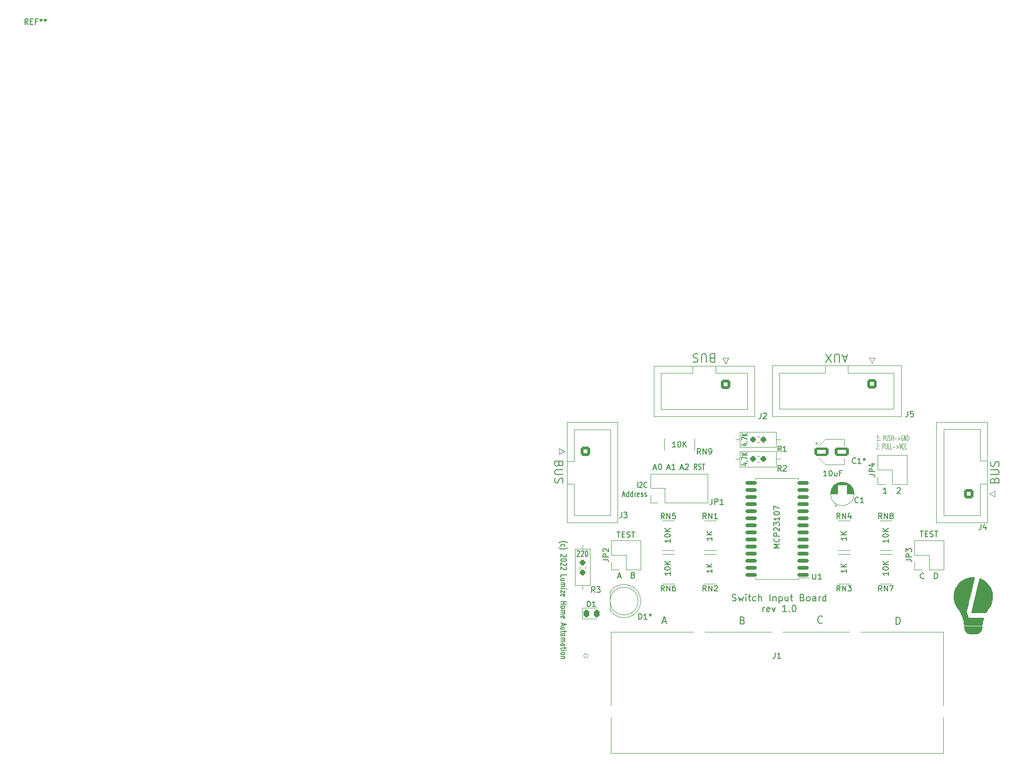
<source format=gto>
%TF.GenerationSoftware,KiCad,Pcbnew,(6.0.4)*%
%TF.CreationDate,2022-04-04T21:53:05+02:00*%
%TF.ProjectId,SWITCH_INPUT_BOARD,53574954-4348-45f4-994e-5055545f424f,rev?*%
%TF.SameCoordinates,Original*%
%TF.FileFunction,Legend,Top*%
%TF.FilePolarity,Positive*%
%FSLAX46Y46*%
G04 Gerber Fmt 4.6, Leading zero omitted, Abs format (unit mm)*
G04 Created by KiCad (PCBNEW (6.0.4)) date 2022-04-04 21:53:05*
%MOMM*%
%LPD*%
G01*
G04 APERTURE LIST*
G04 Aperture macros list*
%AMRoundRect*
0 Rectangle with rounded corners*
0 $1 Rounding radius*
0 $2 $3 $4 $5 $6 $7 $8 $9 X,Y pos of 4 corners*
0 Add a 4 corners polygon primitive as box body*
4,1,4,$2,$3,$4,$5,$6,$7,$8,$9,$2,$3,0*
0 Add four circle primitives for the rounded corners*
1,1,$1+$1,$2,$3*
1,1,$1+$1,$4,$5*
1,1,$1+$1,$6,$7*
1,1,$1+$1,$8,$9*
0 Add four rect primitives between the rounded corners*
20,1,$1+$1,$2,$3,$4,$5,0*
20,1,$1+$1,$4,$5,$6,$7,0*
20,1,$1+$1,$6,$7,$8,$9,0*
20,1,$1+$1,$8,$9,$2,$3,0*%
G04 Aperture macros list end*
%ADD10C,0.200000*%
%ADD11C,0.150000*%
%ADD12C,0.170000*%
%ADD13C,0.125000*%
%ADD14C,0.175000*%
%ADD15C,0.120000*%
%ADD16C,0.010000*%
%ADD17C,1.600000*%
%ADD18O,1.600000X1.600000*%
%ADD19R,0.900000X0.900000*%
%ADD20RoundRect,0.150000X0.875000X0.150000X-0.875000X0.150000X-0.875000X-0.150000X0.875000X-0.150000X0*%
%ADD21RoundRect,0.250000X-0.600000X0.600000X-0.600000X-0.600000X0.600000X-0.600000X0.600000X0.600000X0*%
%ADD22C,1.700000*%
%ADD23C,5.600000*%
%ADD24C,1.600200*%
%ADD25C,3.200400*%
%ADD26C,1.397000*%
%ADD27RoundRect,0.250000X-0.600000X-0.600000X0.600000X-0.600000X0.600000X0.600000X-0.600000X0.600000X0*%
%ADD28RoundRect,0.250000X0.600000X0.600000X-0.600000X0.600000X-0.600000X-0.600000X0.600000X-0.600000X0*%
%ADD29R,1.200000X1.200000*%
%ADD30C,1.200000*%
%ADD31RoundRect,0.243750X-0.243750X-0.456250X0.243750X-0.456250X0.243750X0.456250X-0.243750X0.456250X0*%
%ADD32RoundRect,0.237500X0.237500X-0.250000X0.237500X0.250000X-0.237500X0.250000X-0.237500X-0.250000X0*%
%ADD33R,1.800000X1.800000*%
%ADD34C,1.800000*%
%ADD35RoundRect,0.249600X-1.050400X-0.550400X1.050400X-0.550400X1.050400X0.550400X-1.050400X0.550400X0*%
%ADD36RoundRect,0.237500X-0.250000X-0.237500X0.250000X-0.237500X0.250000X0.237500X-0.250000X0.237500X0*%
%ADD37R,1.700000X1.700000*%
%ADD38O,1.700000X1.700000*%
G04 APERTURE END LIST*
D10*
X172022857Y-82792857D02*
X172094285Y-82578571D01*
X172165714Y-82507142D01*
X172308571Y-82435714D01*
X172522857Y-82435714D01*
X172665714Y-82507142D01*
X172737142Y-82578571D01*
X172808571Y-82721428D01*
X172808571Y-83292857D01*
X171308571Y-83292857D01*
X171308571Y-82792857D01*
X171380000Y-82650000D01*
X171451428Y-82578571D01*
X171594285Y-82507142D01*
X171737142Y-82507142D01*
X171880000Y-82578571D01*
X171951428Y-82650000D01*
X172022857Y-82792857D01*
X172022857Y-83292857D01*
X171308571Y-81792857D02*
X172522857Y-81792857D01*
X172665714Y-81721428D01*
X172737142Y-81650000D01*
X172808571Y-81507142D01*
X172808571Y-81221428D01*
X172737142Y-81078571D01*
X172665714Y-81007142D01*
X172522857Y-80935714D01*
X171308571Y-80935714D01*
X172737142Y-80292857D02*
X172808571Y-80078571D01*
X172808571Y-79721428D01*
X172737142Y-79578571D01*
X172665714Y-79507142D01*
X172522857Y-79435714D01*
X172380000Y-79435714D01*
X172237142Y-79507142D01*
X172165714Y-79578571D01*
X172094285Y-79721428D01*
X172022857Y-80007142D01*
X171951428Y-80150000D01*
X171880000Y-80221428D01*
X171737142Y-80292857D01*
X171594285Y-80292857D01*
X171451428Y-80221428D01*
X171380000Y-80150000D01*
X171308571Y-80007142D01*
X171308571Y-79650000D01*
X171380000Y-79435714D01*
X145517142Y-60560000D02*
X144802857Y-60560000D01*
X145660000Y-60131428D02*
X145160000Y-61631428D01*
X144660000Y-60131428D01*
X144160000Y-61631428D02*
X144160000Y-60417142D01*
X144088571Y-60274285D01*
X144017142Y-60202857D01*
X143874285Y-60131428D01*
X143588571Y-60131428D01*
X143445714Y-60202857D01*
X143374285Y-60274285D01*
X143302857Y-60417142D01*
X143302857Y-61631428D01*
X142731428Y-61631428D02*
X141731428Y-60131428D01*
X141731428Y-61631428D02*
X142731428Y-60131428D01*
D11*
X104461904Y-100066666D02*
X104938095Y-100066666D01*
X104366666Y-100352380D02*
X104700000Y-99352380D01*
X105033333Y-100352380D01*
X107221428Y-99828571D02*
X107364285Y-99876190D01*
X107411904Y-99923809D01*
X107459523Y-100019047D01*
X107459523Y-100161904D01*
X107411904Y-100257142D01*
X107364285Y-100304761D01*
X107269047Y-100352380D01*
X106888095Y-100352380D01*
X106888095Y-99352380D01*
X107221428Y-99352380D01*
X107316666Y-99400000D01*
X107364285Y-99447619D01*
X107411904Y-99542857D01*
X107411904Y-99638095D01*
X107364285Y-99733333D01*
X107316666Y-99780952D01*
X107221428Y-99828571D01*
X106888095Y-99828571D01*
X161238095Y-100452380D02*
X161238095Y-99452380D01*
X161476190Y-99452380D01*
X161619047Y-99500000D01*
X161714285Y-99595238D01*
X161761904Y-99690476D01*
X161809523Y-99880952D01*
X161809523Y-100023809D01*
X161761904Y-100214285D01*
X161714285Y-100309523D01*
X161619047Y-100404761D01*
X161476190Y-100452380D01*
X161238095Y-100452380D01*
D12*
X126811905Y-107940474D02*
X126997619Y-108002379D01*
X127059524Y-108064284D01*
X127121428Y-108188093D01*
X127121428Y-108373808D01*
X127059524Y-108497617D01*
X126997619Y-108559522D01*
X126873809Y-108621427D01*
X126378571Y-108621427D01*
X126378571Y-107321427D01*
X126811905Y-107321427D01*
X126935714Y-107383332D01*
X126997619Y-107445236D01*
X127059524Y-107569046D01*
X127059524Y-107692855D01*
X126997619Y-107816665D01*
X126935714Y-107878570D01*
X126811905Y-107940474D01*
X126378571Y-107940474D01*
X154359523Y-108688093D02*
X154359523Y-107388093D01*
X154669047Y-107388093D01*
X154854761Y-107449998D01*
X154978571Y-107573807D01*
X155040476Y-107697617D01*
X155102380Y-107945236D01*
X155102380Y-108130950D01*
X155040476Y-108378569D01*
X154978571Y-108502378D01*
X154854761Y-108626188D01*
X154669047Y-108688093D01*
X154359523Y-108688093D01*
D11*
X110875714Y-80596666D02*
X111351904Y-80596666D01*
X110780476Y-80882380D02*
X111113809Y-79882380D01*
X111447142Y-80882380D01*
X111970952Y-79882380D02*
X112066190Y-79882380D01*
X112161428Y-79930000D01*
X112209047Y-79977619D01*
X112256666Y-80072857D01*
X112304285Y-80263333D01*
X112304285Y-80501428D01*
X112256666Y-80691904D01*
X112209047Y-80787142D01*
X112161428Y-80834761D01*
X112066190Y-80882380D01*
X111970952Y-80882380D01*
X111875714Y-80834761D01*
X111828095Y-80787142D01*
X111780476Y-80691904D01*
X111732857Y-80501428D01*
X111732857Y-80263333D01*
X111780476Y-80072857D01*
X111828095Y-79977619D01*
X111875714Y-79930000D01*
X111970952Y-79882380D01*
X113290317Y-80596666D02*
X113766507Y-80596666D01*
X113195079Y-80882380D02*
X113528412Y-79882380D01*
X113861745Y-80882380D01*
X114718888Y-80882380D02*
X114147460Y-80882380D01*
X114433174Y-80882380D02*
X114433174Y-79882380D01*
X114337936Y-80025238D01*
X114242698Y-80120476D01*
X114147460Y-80168095D01*
X115704920Y-80596666D02*
X116181110Y-80596666D01*
X115609682Y-80882380D02*
X115943015Y-79882380D01*
X116276348Y-80882380D01*
X116562063Y-79977619D02*
X116609682Y-79930000D01*
X116704920Y-79882380D01*
X116943015Y-79882380D01*
X117038253Y-79930000D01*
X117085872Y-79977619D01*
X117133491Y-80072857D01*
X117133491Y-80168095D01*
X117085872Y-80310952D01*
X116514444Y-80882380D01*
X117133491Y-80882380D01*
X118621904Y-80882380D02*
X118355238Y-80406190D01*
X118164761Y-80882380D02*
X118164761Y-79882380D01*
X118469523Y-79882380D01*
X118545714Y-79930000D01*
X118583809Y-79977619D01*
X118621904Y-80072857D01*
X118621904Y-80215714D01*
X118583809Y-80310952D01*
X118545714Y-80358571D01*
X118469523Y-80406190D01*
X118164761Y-80406190D01*
X118926666Y-80834761D02*
X119040952Y-80882380D01*
X119231428Y-80882380D01*
X119307619Y-80834761D01*
X119345714Y-80787142D01*
X119383809Y-80691904D01*
X119383809Y-80596666D01*
X119345714Y-80501428D01*
X119307619Y-80453809D01*
X119231428Y-80406190D01*
X119079047Y-80358571D01*
X119002857Y-80310952D01*
X118964761Y-80263333D01*
X118926666Y-80168095D01*
X118926666Y-80072857D01*
X118964761Y-79977619D01*
X119002857Y-79930000D01*
X119079047Y-79882380D01*
X119269523Y-79882380D01*
X119383809Y-79930000D01*
X119612380Y-79882380D02*
X120069523Y-79882380D01*
X119840952Y-80882380D02*
X119840952Y-79882380D01*
X159309523Y-100357142D02*
X159261904Y-100404761D01*
X159119047Y-100452380D01*
X159023809Y-100452380D01*
X158880952Y-100404761D01*
X158785714Y-100309523D01*
X158738095Y-100214285D01*
X158690476Y-100023809D01*
X158690476Y-99880952D01*
X158738095Y-99690476D01*
X158785714Y-99595238D01*
X158880952Y-99500000D01*
X159023809Y-99452380D01*
X159119047Y-99452380D01*
X159261904Y-99500000D01*
X159309523Y-99547619D01*
X158654761Y-91952380D02*
X159226190Y-91952380D01*
X158940476Y-92952380D02*
X158940476Y-91952380D01*
X159559523Y-92428571D02*
X159892857Y-92428571D01*
X160035714Y-92952380D02*
X159559523Y-92952380D01*
X159559523Y-91952380D01*
X160035714Y-91952380D01*
X160416666Y-92904761D02*
X160559523Y-92952380D01*
X160797619Y-92952380D01*
X160892857Y-92904761D01*
X160940476Y-92857142D01*
X160988095Y-92761904D01*
X160988095Y-92666666D01*
X160940476Y-92571428D01*
X160892857Y-92523809D01*
X160797619Y-92476190D01*
X160607142Y-92428571D01*
X160511904Y-92380952D01*
X160464285Y-92333333D01*
X160416666Y-92238095D01*
X160416666Y-92142857D01*
X160464285Y-92047619D01*
X160511904Y-92000000D01*
X160607142Y-91952380D01*
X160845238Y-91952380D01*
X160988095Y-92000000D01*
X161273809Y-91952380D02*
X161845238Y-91952380D01*
X161559523Y-92952380D02*
X161559523Y-91952380D01*
X126985714Y-76267857D02*
X127652380Y-76267857D01*
X126604761Y-76446428D02*
X127319047Y-76625000D01*
X127319047Y-76160714D01*
X127557142Y-75875000D02*
X127604761Y-75839285D01*
X127652380Y-75875000D01*
X127604761Y-75910714D01*
X127557142Y-75875000D01*
X127652380Y-75875000D01*
X126652380Y-75589285D02*
X126652380Y-75089285D01*
X127652380Y-75410714D01*
X127652380Y-74803571D02*
X126652380Y-74803571D01*
X127652380Y-74375000D02*
X127080952Y-74696428D01*
X126652380Y-74375000D02*
X127223809Y-74803571D01*
X108020119Y-84117380D02*
X108020119Y-83117380D01*
X108362976Y-83212619D02*
X108401071Y-83165000D01*
X108477261Y-83117380D01*
X108667738Y-83117380D01*
X108743928Y-83165000D01*
X108782023Y-83212619D01*
X108820119Y-83307857D01*
X108820119Y-83403095D01*
X108782023Y-83545952D01*
X108324880Y-84117380D01*
X108820119Y-84117380D01*
X109620119Y-84022142D02*
X109582023Y-84069761D01*
X109467738Y-84117380D01*
X109391547Y-84117380D01*
X109277261Y-84069761D01*
X109201071Y-83974523D01*
X109162976Y-83879285D01*
X109124880Y-83688809D01*
X109124880Y-83545952D01*
X109162976Y-83355476D01*
X109201071Y-83260238D01*
X109277261Y-83165000D01*
X109391547Y-83117380D01*
X109467738Y-83117380D01*
X109582023Y-83165000D01*
X109620119Y-83212619D01*
X105315357Y-85441666D02*
X105696309Y-85441666D01*
X105239166Y-85727380D02*
X105505833Y-84727380D01*
X105772500Y-85727380D01*
X106382023Y-85727380D02*
X106382023Y-84727380D01*
X106382023Y-85679761D02*
X106305833Y-85727380D01*
X106153452Y-85727380D01*
X106077261Y-85679761D01*
X106039166Y-85632142D01*
X106001071Y-85536904D01*
X106001071Y-85251190D01*
X106039166Y-85155952D01*
X106077261Y-85108333D01*
X106153452Y-85060714D01*
X106305833Y-85060714D01*
X106382023Y-85108333D01*
X107105833Y-85727380D02*
X107105833Y-84727380D01*
X107105833Y-85679761D02*
X107029642Y-85727380D01*
X106877261Y-85727380D01*
X106801071Y-85679761D01*
X106762976Y-85632142D01*
X106724880Y-85536904D01*
X106724880Y-85251190D01*
X106762976Y-85155952D01*
X106801071Y-85108333D01*
X106877261Y-85060714D01*
X107029642Y-85060714D01*
X107105833Y-85108333D01*
X107486785Y-85727380D02*
X107486785Y-85060714D01*
X107486785Y-85251190D02*
X107524880Y-85155952D01*
X107562976Y-85108333D01*
X107639166Y-85060714D01*
X107715357Y-85060714D01*
X108286785Y-85679761D02*
X108210595Y-85727380D01*
X108058214Y-85727380D01*
X107982023Y-85679761D01*
X107943928Y-85584523D01*
X107943928Y-85203571D01*
X107982023Y-85108333D01*
X108058214Y-85060714D01*
X108210595Y-85060714D01*
X108286785Y-85108333D01*
X108324880Y-85203571D01*
X108324880Y-85298809D01*
X107943928Y-85394047D01*
X108629642Y-85679761D02*
X108705833Y-85727380D01*
X108858214Y-85727380D01*
X108934404Y-85679761D01*
X108972500Y-85584523D01*
X108972500Y-85536904D01*
X108934404Y-85441666D01*
X108858214Y-85394047D01*
X108743928Y-85394047D01*
X108667738Y-85346428D01*
X108629642Y-85251190D01*
X108629642Y-85203571D01*
X108667738Y-85108333D01*
X108743928Y-85060714D01*
X108858214Y-85060714D01*
X108934404Y-85108333D01*
X109277261Y-85679761D02*
X109353452Y-85727380D01*
X109505833Y-85727380D01*
X109582023Y-85679761D01*
X109620119Y-85584523D01*
X109620119Y-85536904D01*
X109582023Y-85441666D01*
X109505833Y-85394047D01*
X109391547Y-85394047D01*
X109315357Y-85346428D01*
X109277261Y-85251190D01*
X109277261Y-85203571D01*
X109315357Y-85108333D01*
X109391547Y-85060714D01*
X109505833Y-85060714D01*
X109582023Y-85108333D01*
X152647619Y-85152380D02*
X152076190Y-85152380D01*
X152361904Y-85152380D02*
X152361904Y-84152380D01*
X152266666Y-84295238D01*
X152171428Y-84390476D01*
X152076190Y-84438095D01*
X154552380Y-84247619D02*
X154600000Y-84200000D01*
X154695238Y-84152380D01*
X154933333Y-84152380D01*
X155028571Y-84200000D01*
X155076190Y-84247619D01*
X155123809Y-84342857D01*
X155123809Y-84438095D01*
X155076190Y-84580952D01*
X154504761Y-85152380D01*
X155123809Y-85152380D01*
X152952380Y-99290476D02*
X152952380Y-99861904D01*
X152952380Y-99576190D02*
X151952380Y-99576190D01*
X152095238Y-99671428D01*
X152190476Y-99766666D01*
X152238095Y-99861904D01*
X151952380Y-98671428D02*
X151952380Y-98576190D01*
X152000000Y-98480952D01*
X152047619Y-98433333D01*
X152142857Y-98385714D01*
X152333333Y-98338095D01*
X152571428Y-98338095D01*
X152761904Y-98385714D01*
X152857142Y-98433333D01*
X152904761Y-98480952D01*
X152952380Y-98576190D01*
X152952380Y-98671428D01*
X152904761Y-98766666D01*
X152857142Y-98814285D01*
X152761904Y-98861904D01*
X152571428Y-98909523D01*
X152333333Y-98909523D01*
X152142857Y-98861904D01*
X152047619Y-98814285D01*
X152000000Y-98766666D01*
X151952380Y-98671428D01*
X152952380Y-97909523D02*
X151952380Y-97909523D01*
X152952380Y-97338095D02*
X152380952Y-97766666D01*
X151952380Y-97338095D02*
X152523809Y-97909523D01*
X113852380Y-99290476D02*
X113852380Y-99861904D01*
X113852380Y-99576190D02*
X112852380Y-99576190D01*
X112995238Y-99671428D01*
X113090476Y-99766666D01*
X113138095Y-99861904D01*
X112852380Y-98671428D02*
X112852380Y-98576190D01*
X112900000Y-98480952D01*
X112947619Y-98433333D01*
X113042857Y-98385714D01*
X113233333Y-98338095D01*
X113471428Y-98338095D01*
X113661904Y-98385714D01*
X113757142Y-98433333D01*
X113804761Y-98480952D01*
X113852380Y-98576190D01*
X113852380Y-98671428D01*
X113804761Y-98766666D01*
X113757142Y-98814285D01*
X113661904Y-98861904D01*
X113471428Y-98909523D01*
X113233333Y-98909523D01*
X113042857Y-98861904D01*
X112947619Y-98814285D01*
X112900000Y-98766666D01*
X112852380Y-98671428D01*
X113852380Y-97909523D02*
X112852380Y-97909523D01*
X113852380Y-97338095D02*
X113280952Y-97766666D01*
X112852380Y-97338095D02*
X113423809Y-97909523D01*
X145452380Y-98814285D02*
X145452380Y-99385714D01*
X145452380Y-99100000D02*
X144452380Y-99100000D01*
X144595238Y-99195238D01*
X144690476Y-99290476D01*
X144738095Y-99385714D01*
X145452380Y-98385714D02*
X144452380Y-98385714D01*
X145452380Y-97814285D02*
X144880952Y-98242857D01*
X144452380Y-97814285D02*
X145023809Y-98385714D01*
D12*
X112490476Y-108183332D02*
X113109523Y-108183332D01*
X112366666Y-108554761D02*
X112800000Y-107254761D01*
X113233333Y-108554761D01*
D11*
X104304761Y-92052380D02*
X104876190Y-92052380D01*
X104590476Y-93052380D02*
X104590476Y-92052380D01*
X105209523Y-92528571D02*
X105542857Y-92528571D01*
X105685714Y-93052380D02*
X105209523Y-93052380D01*
X105209523Y-92052380D01*
X105685714Y-92052380D01*
X106066666Y-93004761D02*
X106209523Y-93052380D01*
X106447619Y-93052380D01*
X106542857Y-93004761D01*
X106590476Y-92957142D01*
X106638095Y-92861904D01*
X106638095Y-92766666D01*
X106590476Y-92671428D01*
X106542857Y-92623809D01*
X106447619Y-92576190D01*
X106257142Y-92528571D01*
X106161904Y-92480952D01*
X106114285Y-92433333D01*
X106066666Y-92338095D01*
X106066666Y-92242857D01*
X106114285Y-92147619D01*
X106161904Y-92100000D01*
X106257142Y-92052380D01*
X106495238Y-92052380D01*
X106638095Y-92100000D01*
X106923809Y-92052380D02*
X107495238Y-92052380D01*
X107209523Y-93052380D02*
X107209523Y-92052380D01*
X121352380Y-98814285D02*
X121352380Y-99385714D01*
X121352380Y-99100000D02*
X120352380Y-99100000D01*
X120495238Y-99195238D01*
X120590476Y-99290476D01*
X120638095Y-99385714D01*
X121352380Y-98385714D02*
X120352380Y-98385714D01*
X121352380Y-97814285D02*
X120780952Y-98242857D01*
X120352380Y-97814285D02*
X120923809Y-98385714D01*
D13*
X150797619Y-76297619D02*
X150821428Y-76250000D01*
X150869047Y-76202380D01*
X150988095Y-76202380D01*
X151035714Y-76250000D01*
X151059523Y-76297619D01*
X151083333Y-76392857D01*
X151083333Y-76488095D01*
X151059523Y-76630952D01*
X150773809Y-77202380D01*
X151083333Y-77202380D01*
X151297619Y-77107142D02*
X151321428Y-77154761D01*
X151297619Y-77202380D01*
X151273809Y-77154761D01*
X151297619Y-77107142D01*
X151297619Y-77202380D01*
X151297619Y-76583333D02*
X151321428Y-76630952D01*
X151297619Y-76678571D01*
X151273809Y-76630952D01*
X151297619Y-76583333D01*
X151297619Y-76678571D01*
X151916666Y-77202380D02*
X151916666Y-76202380D01*
X152107142Y-76202380D01*
X152154761Y-76250000D01*
X152178571Y-76297619D01*
X152202380Y-76392857D01*
X152202380Y-76535714D01*
X152178571Y-76630952D01*
X152154761Y-76678571D01*
X152107142Y-76726190D01*
X151916666Y-76726190D01*
X152416666Y-76202380D02*
X152416666Y-77011904D01*
X152440476Y-77107142D01*
X152464285Y-77154761D01*
X152511904Y-77202380D01*
X152607142Y-77202380D01*
X152654761Y-77154761D01*
X152678571Y-77107142D01*
X152702380Y-77011904D01*
X152702380Y-76202380D01*
X153178571Y-77202380D02*
X152940476Y-77202380D01*
X152940476Y-76202380D01*
X153583333Y-77202380D02*
X153345238Y-77202380D01*
X153345238Y-76202380D01*
X153750000Y-76821428D02*
X154130952Y-76821428D01*
X154369047Y-76535714D02*
X154750000Y-76821428D01*
X154369047Y-77107142D01*
X154916666Y-76202380D02*
X155083333Y-77202380D01*
X155250000Y-76202380D01*
X155702380Y-77107142D02*
X155678571Y-77154761D01*
X155607142Y-77202380D01*
X155559523Y-77202380D01*
X155488095Y-77154761D01*
X155440476Y-77059523D01*
X155416666Y-76964285D01*
X155392857Y-76773809D01*
X155392857Y-76630952D01*
X155416666Y-76440476D01*
X155440476Y-76345238D01*
X155488095Y-76250000D01*
X155559523Y-76202380D01*
X155607142Y-76202380D01*
X155678571Y-76250000D01*
X155702380Y-76297619D01*
X156202380Y-77107142D02*
X156178571Y-77154761D01*
X156107142Y-77202380D01*
X156059523Y-77202380D01*
X155988095Y-77154761D01*
X155940476Y-77059523D01*
X155916666Y-76964285D01*
X155892857Y-76773809D01*
X155892857Y-76630952D01*
X155916666Y-76440476D01*
X155940476Y-76345238D01*
X155988095Y-76250000D01*
X156059523Y-76202380D01*
X156107142Y-76202380D01*
X156178571Y-76250000D01*
X156202380Y-76297619D01*
D11*
X126985714Y-79767857D02*
X127652380Y-79767857D01*
X126604761Y-79946428D02*
X127319047Y-80125000D01*
X127319047Y-79660714D01*
X127557142Y-79375000D02*
X127604761Y-79339285D01*
X127652380Y-79375000D01*
X127604761Y-79410714D01*
X127557142Y-79375000D01*
X127652380Y-79375000D01*
X126652380Y-79089285D02*
X126652380Y-78589285D01*
X127652380Y-78910714D01*
X127652380Y-78303571D02*
X126652380Y-78303571D01*
X127652380Y-77875000D02*
X127080952Y-78196428D01*
X126652380Y-77875000D02*
X127223809Y-78303571D01*
D14*
X124971428Y-104419714D02*
X125142857Y-104476857D01*
X125428571Y-104476857D01*
X125542857Y-104419714D01*
X125599999Y-104362571D01*
X125657142Y-104248285D01*
X125657142Y-104134000D01*
X125599999Y-104019714D01*
X125542857Y-103962571D01*
X125428571Y-103905428D01*
X125199999Y-103848285D01*
X125085714Y-103791142D01*
X125028571Y-103734000D01*
X124971428Y-103619714D01*
X124971428Y-103505428D01*
X125028571Y-103391142D01*
X125085714Y-103334000D01*
X125199999Y-103276857D01*
X125485714Y-103276857D01*
X125657142Y-103334000D01*
X126057142Y-103676857D02*
X126285714Y-104476857D01*
X126514285Y-103905428D01*
X126742857Y-104476857D01*
X126971428Y-103676857D01*
X127428571Y-104476857D02*
X127428571Y-103676857D01*
X127428571Y-103276857D02*
X127371428Y-103334000D01*
X127428571Y-103391142D01*
X127485714Y-103334000D01*
X127428571Y-103276857D01*
X127428571Y-103391142D01*
X127828571Y-103676857D02*
X128285714Y-103676857D01*
X127999999Y-103276857D02*
X127999999Y-104305428D01*
X128057142Y-104419714D01*
X128171428Y-104476857D01*
X128285714Y-104476857D01*
X129199999Y-104419714D02*
X129085714Y-104476857D01*
X128857142Y-104476857D01*
X128742857Y-104419714D01*
X128685714Y-104362571D01*
X128628571Y-104248285D01*
X128628571Y-103905428D01*
X128685714Y-103791142D01*
X128742857Y-103734000D01*
X128857142Y-103676857D01*
X129085714Y-103676857D01*
X129199999Y-103734000D01*
X129714285Y-104476857D02*
X129714285Y-103276857D01*
X130228571Y-104476857D02*
X130228571Y-103848285D01*
X130171428Y-103734000D01*
X130057142Y-103676857D01*
X129885714Y-103676857D01*
X129771428Y-103734000D01*
X129714285Y-103791142D01*
X131714285Y-104476857D02*
X131714285Y-103276857D01*
X132285714Y-103676857D02*
X132285714Y-104476857D01*
X132285714Y-103791142D02*
X132342857Y-103734000D01*
X132457142Y-103676857D01*
X132628571Y-103676857D01*
X132742857Y-103734000D01*
X132799999Y-103848285D01*
X132799999Y-104476857D01*
X133371428Y-103676857D02*
X133371428Y-104876857D01*
X133371428Y-103734000D02*
X133485714Y-103676857D01*
X133714285Y-103676857D01*
X133828571Y-103734000D01*
X133885714Y-103791142D01*
X133942857Y-103905428D01*
X133942857Y-104248285D01*
X133885714Y-104362571D01*
X133828571Y-104419714D01*
X133714285Y-104476857D01*
X133485714Y-104476857D01*
X133371428Y-104419714D01*
X134971428Y-103676857D02*
X134971428Y-104476857D01*
X134457142Y-103676857D02*
X134457142Y-104305428D01*
X134514285Y-104419714D01*
X134628571Y-104476857D01*
X134800000Y-104476857D01*
X134914285Y-104419714D01*
X134971428Y-104362571D01*
X135371428Y-103676857D02*
X135828571Y-103676857D01*
X135542857Y-103276857D02*
X135542857Y-104305428D01*
X135600000Y-104419714D01*
X135714285Y-104476857D01*
X135828571Y-104476857D01*
X137542857Y-103848285D02*
X137714285Y-103905428D01*
X137771428Y-103962571D01*
X137828571Y-104076857D01*
X137828571Y-104248285D01*
X137771428Y-104362571D01*
X137714285Y-104419714D01*
X137600000Y-104476857D01*
X137142857Y-104476857D01*
X137142857Y-103276857D01*
X137542857Y-103276857D01*
X137657142Y-103334000D01*
X137714285Y-103391142D01*
X137771428Y-103505428D01*
X137771428Y-103619714D01*
X137714285Y-103734000D01*
X137657142Y-103791142D01*
X137542857Y-103848285D01*
X137142857Y-103848285D01*
X138514285Y-104476857D02*
X138400000Y-104419714D01*
X138342857Y-104362571D01*
X138285714Y-104248285D01*
X138285714Y-103905428D01*
X138342857Y-103791142D01*
X138400000Y-103734000D01*
X138514285Y-103676857D01*
X138685714Y-103676857D01*
X138800000Y-103734000D01*
X138857142Y-103791142D01*
X138914285Y-103905428D01*
X138914285Y-104248285D01*
X138857142Y-104362571D01*
X138800000Y-104419714D01*
X138685714Y-104476857D01*
X138514285Y-104476857D01*
X139942857Y-104476857D02*
X139942857Y-103848285D01*
X139885714Y-103734000D01*
X139771428Y-103676857D01*
X139542857Y-103676857D01*
X139428571Y-103734000D01*
X139942857Y-104419714D02*
X139828571Y-104476857D01*
X139542857Y-104476857D01*
X139428571Y-104419714D01*
X139371428Y-104305428D01*
X139371428Y-104191142D01*
X139428571Y-104076857D01*
X139542857Y-104019714D01*
X139828571Y-104019714D01*
X139942857Y-103962571D01*
X140514285Y-104476857D02*
X140514285Y-103676857D01*
X140514285Y-103905428D02*
X140571428Y-103791142D01*
X140628571Y-103734000D01*
X140742857Y-103676857D01*
X140857142Y-103676857D01*
X141771428Y-104476857D02*
X141771428Y-103276857D01*
X141771428Y-104419714D02*
X141657142Y-104476857D01*
X141428571Y-104476857D01*
X141314285Y-104419714D01*
X141257142Y-104362571D01*
X141200000Y-104248285D01*
X141200000Y-103905428D01*
X141257142Y-103791142D01*
X141314285Y-103734000D01*
X141428571Y-103676857D01*
X141657142Y-103676857D01*
X141771428Y-103734000D01*
X130457142Y-106408857D02*
X130457142Y-105608857D01*
X130457142Y-105837428D02*
X130514285Y-105723142D01*
X130571428Y-105666000D01*
X130685714Y-105608857D01*
X130800000Y-105608857D01*
X131657142Y-106351714D02*
X131542857Y-106408857D01*
X131314285Y-106408857D01*
X131200000Y-106351714D01*
X131142857Y-106237428D01*
X131142857Y-105780285D01*
X131200000Y-105666000D01*
X131314285Y-105608857D01*
X131542857Y-105608857D01*
X131657142Y-105666000D01*
X131714285Y-105780285D01*
X131714285Y-105894571D01*
X131142857Y-106008857D01*
X132114285Y-105608857D02*
X132400000Y-106408857D01*
X132685714Y-105608857D01*
X134685714Y-106408857D02*
X134000000Y-106408857D01*
X134342857Y-106408857D02*
X134342857Y-105208857D01*
X134228571Y-105380285D01*
X134114285Y-105494571D01*
X134000000Y-105551714D01*
X135200000Y-106294571D02*
X135257142Y-106351714D01*
X135200000Y-106408857D01*
X135142857Y-106351714D01*
X135200000Y-106294571D01*
X135200000Y-106408857D01*
X136000000Y-105208857D02*
X136114285Y-105208857D01*
X136228571Y-105266000D01*
X136285714Y-105323142D01*
X136342857Y-105437428D01*
X136400000Y-105666000D01*
X136400000Y-105951714D01*
X136342857Y-106180285D01*
X136285714Y-106294571D01*
X136228571Y-106351714D01*
X136114285Y-106408857D01*
X136000000Y-106408857D01*
X135885714Y-106351714D01*
X135828571Y-106294571D01*
X135771428Y-106180285D01*
X135714285Y-105951714D01*
X135714285Y-105666000D01*
X135771428Y-105437428D01*
X135828571Y-105323142D01*
X135885714Y-105266000D01*
X136000000Y-105208857D01*
D13*
X151190476Y-75702380D02*
X150904761Y-75702380D01*
X151047619Y-75702380D02*
X151047619Y-74702380D01*
X151000000Y-74845238D01*
X150952380Y-74940476D01*
X150904761Y-74988095D01*
X151404761Y-75607142D02*
X151428571Y-75654761D01*
X151404761Y-75702380D01*
X151380952Y-75654761D01*
X151404761Y-75607142D01*
X151404761Y-75702380D01*
X151404761Y-75083333D02*
X151428571Y-75130952D01*
X151404761Y-75178571D01*
X151380952Y-75130952D01*
X151404761Y-75083333D01*
X151404761Y-75178571D01*
X152023809Y-75702380D02*
X152023809Y-74702380D01*
X152214285Y-74702380D01*
X152261904Y-74750000D01*
X152285714Y-74797619D01*
X152309523Y-74892857D01*
X152309523Y-75035714D01*
X152285714Y-75130952D01*
X152261904Y-75178571D01*
X152214285Y-75226190D01*
X152023809Y-75226190D01*
X152523809Y-74702380D02*
X152523809Y-75511904D01*
X152547619Y-75607142D01*
X152571428Y-75654761D01*
X152619047Y-75702380D01*
X152714285Y-75702380D01*
X152761904Y-75654761D01*
X152785714Y-75607142D01*
X152809523Y-75511904D01*
X152809523Y-74702380D01*
X153023809Y-75654761D02*
X153095238Y-75702380D01*
X153214285Y-75702380D01*
X153261904Y-75654761D01*
X153285714Y-75607142D01*
X153309523Y-75511904D01*
X153309523Y-75416666D01*
X153285714Y-75321428D01*
X153261904Y-75273809D01*
X153214285Y-75226190D01*
X153119047Y-75178571D01*
X153071428Y-75130952D01*
X153047619Y-75083333D01*
X153023809Y-74988095D01*
X153023809Y-74892857D01*
X153047619Y-74797619D01*
X153071428Y-74750000D01*
X153119047Y-74702380D01*
X153238095Y-74702380D01*
X153309523Y-74750000D01*
X153523809Y-75702380D02*
X153523809Y-74702380D01*
X153523809Y-75178571D02*
X153809523Y-75178571D01*
X153809523Y-75702380D02*
X153809523Y-74702380D01*
X154047619Y-75321428D02*
X154428571Y-75321428D01*
X154666666Y-75035714D02*
X155047619Y-75321428D01*
X154666666Y-75607142D01*
X155547619Y-74750000D02*
X155500000Y-74702380D01*
X155428571Y-74702380D01*
X155357142Y-74750000D01*
X155309523Y-74845238D01*
X155285714Y-74940476D01*
X155261904Y-75130952D01*
X155261904Y-75273809D01*
X155285714Y-75464285D01*
X155309523Y-75559523D01*
X155357142Y-75654761D01*
X155428571Y-75702380D01*
X155476190Y-75702380D01*
X155547619Y-75654761D01*
X155571428Y-75607142D01*
X155571428Y-75273809D01*
X155476190Y-75273809D01*
X155785714Y-75702380D02*
X155785714Y-74702380D01*
X156071428Y-75702380D01*
X156071428Y-74702380D01*
X156309523Y-75702380D02*
X156309523Y-74702380D01*
X156428571Y-74702380D01*
X156500000Y-74750000D01*
X156547619Y-74845238D01*
X156571428Y-74940476D01*
X156595238Y-75130952D01*
X156595238Y-75273809D01*
X156571428Y-75464285D01*
X156547619Y-75559523D01*
X156500000Y-75654761D01*
X156428571Y-75702380D01*
X156309523Y-75702380D01*
D11*
X93866666Y-94033333D02*
X93914285Y-93995238D01*
X94057142Y-93919047D01*
X94152380Y-93880952D01*
X94295238Y-93842857D01*
X94533333Y-93804761D01*
X94723809Y-93804761D01*
X94961904Y-93842857D01*
X95104761Y-93880952D01*
X95200000Y-93919047D01*
X95342857Y-93995238D01*
X95390476Y-94033333D01*
X94295238Y-94680952D02*
X94247619Y-94604761D01*
X94247619Y-94452380D01*
X94295238Y-94376190D01*
X94342857Y-94338095D01*
X94438095Y-94300000D01*
X94723809Y-94300000D01*
X94819047Y-94338095D01*
X94866666Y-94376190D01*
X94914285Y-94452380D01*
X94914285Y-94604761D01*
X94866666Y-94680952D01*
X93866666Y-94947619D02*
X93914285Y-94985714D01*
X94057142Y-95061904D01*
X94152380Y-95100000D01*
X94295238Y-95138095D01*
X94533333Y-95176190D01*
X94723809Y-95176190D01*
X94961904Y-95138095D01*
X95104761Y-95100000D01*
X95200000Y-95061904D01*
X95342857Y-94985714D01*
X95390476Y-94947619D01*
X95152380Y-96128571D02*
X95200000Y-96166666D01*
X95247619Y-96242857D01*
X95247619Y-96433333D01*
X95200000Y-96509523D01*
X95152380Y-96547619D01*
X95057142Y-96585714D01*
X94961904Y-96585714D01*
X94819047Y-96547619D01*
X94247619Y-96090476D01*
X94247619Y-96585714D01*
X95247619Y-97080952D02*
X95247619Y-97157142D01*
X95200000Y-97233333D01*
X95152380Y-97271428D01*
X95057142Y-97309523D01*
X94866666Y-97347619D01*
X94628571Y-97347619D01*
X94438095Y-97309523D01*
X94342857Y-97271428D01*
X94295238Y-97233333D01*
X94247619Y-97157142D01*
X94247619Y-97080952D01*
X94295238Y-97004761D01*
X94342857Y-96966666D01*
X94438095Y-96928571D01*
X94628571Y-96890476D01*
X94866666Y-96890476D01*
X95057142Y-96928571D01*
X95152380Y-96966666D01*
X95200000Y-97004761D01*
X95247619Y-97080952D01*
X95152380Y-97652380D02*
X95200000Y-97690476D01*
X95247619Y-97766666D01*
X95247619Y-97957142D01*
X95200000Y-98033333D01*
X95152380Y-98071428D01*
X95057142Y-98109523D01*
X94961904Y-98109523D01*
X94819047Y-98071428D01*
X94247619Y-97614285D01*
X94247619Y-98109523D01*
X95152380Y-98414285D02*
X95200000Y-98452380D01*
X95247619Y-98528571D01*
X95247619Y-98719047D01*
X95200000Y-98795238D01*
X95152380Y-98833333D01*
X95057142Y-98871428D01*
X94961904Y-98871428D01*
X94819047Y-98833333D01*
X94247619Y-98376190D01*
X94247619Y-98871428D01*
X94247619Y-100204761D02*
X94247619Y-99823809D01*
X95247619Y-99823809D01*
X94914285Y-100814285D02*
X94247619Y-100814285D01*
X94914285Y-100471428D02*
X94390476Y-100471428D01*
X94295238Y-100509523D01*
X94247619Y-100585714D01*
X94247619Y-100700000D01*
X94295238Y-100776190D01*
X94342857Y-100814285D01*
X94247619Y-101195238D02*
X94914285Y-101195238D01*
X94819047Y-101195238D02*
X94866666Y-101233333D01*
X94914285Y-101309523D01*
X94914285Y-101423809D01*
X94866666Y-101500000D01*
X94771428Y-101538095D01*
X94247619Y-101538095D01*
X94771428Y-101538095D02*
X94866666Y-101576190D01*
X94914285Y-101652380D01*
X94914285Y-101766666D01*
X94866666Y-101842857D01*
X94771428Y-101880952D01*
X94247619Y-101880952D01*
X94247619Y-102261904D02*
X94914285Y-102261904D01*
X95247619Y-102261904D02*
X95200000Y-102223809D01*
X95152380Y-102261904D01*
X95200000Y-102300000D01*
X95247619Y-102261904D01*
X95152380Y-102261904D01*
X94914285Y-102566666D02*
X94914285Y-102985714D01*
X94247619Y-102566666D01*
X94247619Y-102985714D01*
X94295238Y-103595238D02*
X94247619Y-103519047D01*
X94247619Y-103366666D01*
X94295238Y-103290476D01*
X94390476Y-103252380D01*
X94771428Y-103252380D01*
X94866666Y-103290476D01*
X94914285Y-103366666D01*
X94914285Y-103519047D01*
X94866666Y-103595238D01*
X94771428Y-103633333D01*
X94676190Y-103633333D01*
X94580952Y-103252380D01*
X94247619Y-104585714D02*
X95247619Y-104585714D01*
X94771428Y-104585714D02*
X94771428Y-105042857D01*
X94247619Y-105042857D02*
X95247619Y-105042857D01*
X94247619Y-105538095D02*
X94295238Y-105461904D01*
X94342857Y-105423809D01*
X94438095Y-105385714D01*
X94723809Y-105385714D01*
X94819047Y-105423809D01*
X94866666Y-105461904D01*
X94914285Y-105538095D01*
X94914285Y-105652380D01*
X94866666Y-105728571D01*
X94819047Y-105766666D01*
X94723809Y-105804761D01*
X94438095Y-105804761D01*
X94342857Y-105766666D01*
X94295238Y-105728571D01*
X94247619Y-105652380D01*
X94247619Y-105538095D01*
X94247619Y-106147619D02*
X94914285Y-106147619D01*
X94819047Y-106147619D02*
X94866666Y-106185714D01*
X94914285Y-106261904D01*
X94914285Y-106376190D01*
X94866666Y-106452380D01*
X94771428Y-106490476D01*
X94247619Y-106490476D01*
X94771428Y-106490476D02*
X94866666Y-106528571D01*
X94914285Y-106604761D01*
X94914285Y-106719047D01*
X94866666Y-106795238D01*
X94771428Y-106833333D01*
X94247619Y-106833333D01*
X94295238Y-107519047D02*
X94247619Y-107442857D01*
X94247619Y-107290476D01*
X94295238Y-107214285D01*
X94390476Y-107176190D01*
X94771428Y-107176190D01*
X94866666Y-107214285D01*
X94914285Y-107290476D01*
X94914285Y-107442857D01*
X94866666Y-107519047D01*
X94771428Y-107557142D01*
X94676190Y-107557142D01*
X94580952Y-107176190D01*
X94533333Y-108471428D02*
X94533333Y-108852380D01*
X94247619Y-108395238D02*
X95247619Y-108661904D01*
X94247619Y-108928571D01*
X94914285Y-109538095D02*
X94247619Y-109538095D01*
X94914285Y-109195238D02*
X94390476Y-109195238D01*
X94295238Y-109233333D01*
X94247619Y-109309523D01*
X94247619Y-109423809D01*
X94295238Y-109500000D01*
X94342857Y-109538095D01*
X94914285Y-109804761D02*
X94914285Y-110109523D01*
X95247619Y-109919047D02*
X94390476Y-109919047D01*
X94295238Y-109957142D01*
X94247619Y-110033333D01*
X94247619Y-110109523D01*
X94247619Y-110490476D02*
X94295238Y-110414285D01*
X94342857Y-110376190D01*
X94438095Y-110338095D01*
X94723809Y-110338095D01*
X94819047Y-110376190D01*
X94866666Y-110414285D01*
X94914285Y-110490476D01*
X94914285Y-110604761D01*
X94866666Y-110680952D01*
X94819047Y-110719047D01*
X94723809Y-110757142D01*
X94438095Y-110757142D01*
X94342857Y-110719047D01*
X94295238Y-110680952D01*
X94247619Y-110604761D01*
X94247619Y-110490476D01*
X94247619Y-111100000D02*
X94914285Y-111100000D01*
X94819047Y-111100000D02*
X94866666Y-111138095D01*
X94914285Y-111214285D01*
X94914285Y-111328571D01*
X94866666Y-111404761D01*
X94771428Y-111442857D01*
X94247619Y-111442857D01*
X94771428Y-111442857D02*
X94866666Y-111480952D01*
X94914285Y-111557142D01*
X94914285Y-111671428D01*
X94866666Y-111747619D01*
X94771428Y-111785714D01*
X94247619Y-111785714D01*
X94247619Y-112509523D02*
X94771428Y-112509523D01*
X94866666Y-112471428D01*
X94914285Y-112395238D01*
X94914285Y-112242857D01*
X94866666Y-112166666D01*
X94295238Y-112509523D02*
X94247619Y-112433333D01*
X94247619Y-112242857D01*
X94295238Y-112166666D01*
X94390476Y-112128571D01*
X94485714Y-112128571D01*
X94580952Y-112166666D01*
X94628571Y-112242857D01*
X94628571Y-112433333D01*
X94676190Y-112509523D01*
X94914285Y-112776190D02*
X94914285Y-113080952D01*
X95247619Y-112890476D02*
X94390476Y-112890476D01*
X94295238Y-112928571D01*
X94247619Y-113004761D01*
X94247619Y-113080952D01*
X94247619Y-113347619D02*
X94914285Y-113347619D01*
X95247619Y-113347619D02*
X95200000Y-113309523D01*
X95152380Y-113347619D01*
X95200000Y-113385714D01*
X95247619Y-113347619D01*
X95152380Y-113347619D01*
X94247619Y-113842857D02*
X94295238Y-113766666D01*
X94342857Y-113728571D01*
X94438095Y-113690476D01*
X94723809Y-113690476D01*
X94819047Y-113728571D01*
X94866666Y-113766666D01*
X94914285Y-113842857D01*
X94914285Y-113957142D01*
X94866666Y-114033333D01*
X94819047Y-114071428D01*
X94723809Y-114109523D01*
X94438095Y-114109523D01*
X94342857Y-114071428D01*
X94295238Y-114033333D01*
X94247619Y-113957142D01*
X94247619Y-113842857D01*
X94914285Y-114452380D02*
X94247619Y-114452380D01*
X94819047Y-114452380D02*
X94866666Y-114490476D01*
X94914285Y-114566666D01*
X94914285Y-114680952D01*
X94866666Y-114757142D01*
X94771428Y-114795238D01*
X94247619Y-114795238D01*
X141928571Y-82052380D02*
X141357142Y-82052380D01*
X141642857Y-82052380D02*
X141642857Y-81052380D01*
X141547619Y-81195238D01*
X141452380Y-81290476D01*
X141357142Y-81338095D01*
X142547619Y-81052380D02*
X142642857Y-81052380D01*
X142738095Y-81100000D01*
X142785714Y-81147619D01*
X142833333Y-81242857D01*
X142880952Y-81433333D01*
X142880952Y-81671428D01*
X142833333Y-81861904D01*
X142785714Y-81957142D01*
X142738095Y-82004761D01*
X142642857Y-82052380D01*
X142547619Y-82052380D01*
X142452380Y-82004761D01*
X142404761Y-81957142D01*
X142357142Y-81861904D01*
X142309523Y-81671428D01*
X142309523Y-81433333D01*
X142357142Y-81242857D01*
X142404761Y-81147619D01*
X142452380Y-81100000D01*
X142547619Y-81052380D01*
X143738095Y-81385714D02*
X143738095Y-82052380D01*
X143309523Y-81385714D02*
X143309523Y-81909523D01*
X143357142Y-82004761D01*
X143452380Y-82052380D01*
X143595238Y-82052380D01*
X143690476Y-82004761D01*
X143738095Y-81957142D01*
X144547619Y-81528571D02*
X144214285Y-81528571D01*
X144214285Y-82052380D02*
X144214285Y-81052380D01*
X144690476Y-81052380D01*
X152952380Y-93390476D02*
X152952380Y-93961904D01*
X152952380Y-93676190D02*
X151952380Y-93676190D01*
X152095238Y-93771428D01*
X152190476Y-93866666D01*
X152238095Y-93961904D01*
X151952380Y-92771428D02*
X151952380Y-92676190D01*
X152000000Y-92580952D01*
X152047619Y-92533333D01*
X152142857Y-92485714D01*
X152333333Y-92438095D01*
X152571428Y-92438095D01*
X152761904Y-92485714D01*
X152857142Y-92533333D01*
X152904761Y-92580952D01*
X152952380Y-92676190D01*
X152952380Y-92771428D01*
X152904761Y-92866666D01*
X152857142Y-92914285D01*
X152761904Y-92961904D01*
X152571428Y-93009523D01*
X152333333Y-93009523D01*
X152142857Y-92961904D01*
X152047619Y-92914285D01*
X152000000Y-92866666D01*
X151952380Y-92771428D01*
X152952380Y-92009523D02*
X151952380Y-92009523D01*
X152952380Y-91438095D02*
X152380952Y-91866666D01*
X151952380Y-91438095D02*
X152523809Y-92009523D01*
X145452380Y-93014285D02*
X145452380Y-93585714D01*
X145452380Y-93300000D02*
X144452380Y-93300000D01*
X144595238Y-93395238D01*
X144690476Y-93490476D01*
X144738095Y-93585714D01*
X145452380Y-92585714D02*
X144452380Y-92585714D01*
X145452380Y-92014285D02*
X144880952Y-92442857D01*
X144452380Y-92014285D02*
X145023809Y-92585714D01*
X114809523Y-76852380D02*
X114238095Y-76852380D01*
X114523809Y-76852380D02*
X114523809Y-75852380D01*
X114428571Y-75995238D01*
X114333333Y-76090476D01*
X114238095Y-76138095D01*
X115428571Y-75852380D02*
X115523809Y-75852380D01*
X115619047Y-75900000D01*
X115666666Y-75947619D01*
X115714285Y-76042857D01*
X115761904Y-76233333D01*
X115761904Y-76471428D01*
X115714285Y-76661904D01*
X115666666Y-76757142D01*
X115619047Y-76804761D01*
X115523809Y-76852380D01*
X115428571Y-76852380D01*
X115333333Y-76804761D01*
X115285714Y-76757142D01*
X115238095Y-76661904D01*
X115190476Y-76471428D01*
X115190476Y-76233333D01*
X115238095Y-76042857D01*
X115285714Y-75947619D01*
X115333333Y-75900000D01*
X115428571Y-75852380D01*
X116190476Y-76852380D02*
X116190476Y-75852380D01*
X116761904Y-76852380D02*
X116333333Y-76280952D01*
X116761904Y-75852380D02*
X116190476Y-76423809D01*
X133432380Y-94964285D02*
X132432380Y-94964285D01*
X133146666Y-94630952D01*
X132432380Y-94297619D01*
X133432380Y-94297619D01*
X133337142Y-93250000D02*
X133384761Y-93297619D01*
X133432380Y-93440476D01*
X133432380Y-93535714D01*
X133384761Y-93678571D01*
X133289523Y-93773809D01*
X133194285Y-93821428D01*
X133003809Y-93869047D01*
X132860952Y-93869047D01*
X132670476Y-93821428D01*
X132575238Y-93773809D01*
X132480000Y-93678571D01*
X132432380Y-93535714D01*
X132432380Y-93440476D01*
X132480000Y-93297619D01*
X132527619Y-93250000D01*
X133432380Y-92821428D02*
X132432380Y-92821428D01*
X132432380Y-92440476D01*
X132480000Y-92345238D01*
X132527619Y-92297619D01*
X132622857Y-92250000D01*
X132765714Y-92250000D01*
X132860952Y-92297619D01*
X132908571Y-92345238D01*
X132956190Y-92440476D01*
X132956190Y-92821428D01*
X132527619Y-91869047D02*
X132480000Y-91821428D01*
X132432380Y-91726190D01*
X132432380Y-91488095D01*
X132480000Y-91392857D01*
X132527619Y-91345238D01*
X132622857Y-91297619D01*
X132718095Y-91297619D01*
X132860952Y-91345238D01*
X133432380Y-91916666D01*
X133432380Y-91297619D01*
X132432380Y-90964285D02*
X132432380Y-90345238D01*
X132813333Y-90678571D01*
X132813333Y-90535714D01*
X132860952Y-90440476D01*
X132908571Y-90392857D01*
X133003809Y-90345238D01*
X133241904Y-90345238D01*
X133337142Y-90392857D01*
X133384761Y-90440476D01*
X133432380Y-90535714D01*
X133432380Y-90821428D01*
X133384761Y-90916666D01*
X133337142Y-90964285D01*
X133432380Y-89392857D02*
X133432380Y-89964285D01*
X133432380Y-89678571D02*
X132432380Y-89678571D01*
X132575238Y-89773809D01*
X132670476Y-89869047D01*
X132718095Y-89964285D01*
X132432380Y-88773809D02*
X132432380Y-88678571D01*
X132480000Y-88583333D01*
X132527619Y-88535714D01*
X132622857Y-88488095D01*
X132813333Y-88440476D01*
X133051428Y-88440476D01*
X133241904Y-88488095D01*
X133337142Y-88535714D01*
X133384761Y-88583333D01*
X133432380Y-88678571D01*
X133432380Y-88773809D01*
X133384761Y-88869047D01*
X133337142Y-88916666D01*
X133241904Y-88964285D01*
X133051428Y-89011904D01*
X132813333Y-89011904D01*
X132622857Y-88964285D01*
X132527619Y-88916666D01*
X132480000Y-88869047D01*
X132432380Y-88773809D01*
X132432380Y-88107142D02*
X132432380Y-87440476D01*
X133432380Y-87869047D01*
D10*
X93897142Y-79907142D02*
X93825714Y-80121428D01*
X93754285Y-80192857D01*
X93611428Y-80264285D01*
X93397142Y-80264285D01*
X93254285Y-80192857D01*
X93182857Y-80121428D01*
X93111428Y-79978571D01*
X93111428Y-79407142D01*
X94611428Y-79407142D01*
X94611428Y-79907142D01*
X94540000Y-80050000D01*
X94468571Y-80121428D01*
X94325714Y-80192857D01*
X94182857Y-80192857D01*
X94040000Y-80121428D01*
X93968571Y-80050000D01*
X93897142Y-79907142D01*
X93897142Y-79407142D01*
X94611428Y-80907142D02*
X93397142Y-80907142D01*
X93254285Y-80978571D01*
X93182857Y-81050000D01*
X93111428Y-81192857D01*
X93111428Y-81478571D01*
X93182857Y-81621428D01*
X93254285Y-81692857D01*
X93397142Y-81764285D01*
X94611428Y-81764285D01*
X93182857Y-82407142D02*
X93111428Y-82621428D01*
X93111428Y-82978571D01*
X93182857Y-83121428D01*
X93254285Y-83192857D01*
X93397142Y-83264285D01*
X93540000Y-83264285D01*
X93682857Y-83192857D01*
X93754285Y-83121428D01*
X93825714Y-82978571D01*
X93897142Y-82692857D01*
X93968571Y-82550000D01*
X94040000Y-82478571D01*
X94182857Y-82407142D01*
X94325714Y-82407142D01*
X94468571Y-82478571D01*
X94540000Y-82550000D01*
X94611428Y-82692857D01*
X94611428Y-83050000D01*
X94540000Y-83264285D01*
D11*
X97171428Y-95547619D02*
X97207142Y-95500000D01*
X97278571Y-95452380D01*
X97457142Y-95452380D01*
X97528571Y-95500000D01*
X97564285Y-95547619D01*
X97600000Y-95642857D01*
X97600000Y-95738095D01*
X97564285Y-95880952D01*
X97135714Y-96452380D01*
X97600000Y-96452380D01*
X97885714Y-95547619D02*
X97921428Y-95500000D01*
X97992857Y-95452380D01*
X98171428Y-95452380D01*
X98242857Y-95500000D01*
X98278571Y-95547619D01*
X98314285Y-95642857D01*
X98314285Y-95738095D01*
X98278571Y-95880952D01*
X97850000Y-96452380D01*
X98314285Y-96452380D01*
X98778571Y-95452380D02*
X98850000Y-95452380D01*
X98921428Y-95500000D01*
X98957142Y-95547619D01*
X98992857Y-95642857D01*
X99028571Y-95833333D01*
X99028571Y-96071428D01*
X98992857Y-96261904D01*
X98957142Y-96357142D01*
X98921428Y-96404761D01*
X98850000Y-96452380D01*
X98778571Y-96452380D01*
X98707142Y-96404761D01*
X98671428Y-96357142D01*
X98635714Y-96261904D01*
X98600000Y-96071428D01*
X98600000Y-95833333D01*
X98635714Y-95642857D01*
X98671428Y-95547619D01*
X98707142Y-95500000D01*
X98778571Y-95452380D01*
D10*
X121312857Y-60887142D02*
X121098571Y-60815714D01*
X121027142Y-60744285D01*
X120955714Y-60601428D01*
X120955714Y-60387142D01*
X121027142Y-60244285D01*
X121098571Y-60172857D01*
X121241428Y-60101428D01*
X121812857Y-60101428D01*
X121812857Y-61601428D01*
X121312857Y-61601428D01*
X121170000Y-61530000D01*
X121098571Y-61458571D01*
X121027142Y-61315714D01*
X121027142Y-61172857D01*
X121098571Y-61030000D01*
X121170000Y-60958571D01*
X121312857Y-60887142D01*
X121812857Y-60887142D01*
X120312857Y-61601428D02*
X120312857Y-60387142D01*
X120241428Y-60244285D01*
X120170000Y-60172857D01*
X120027142Y-60101428D01*
X119741428Y-60101428D01*
X119598571Y-60172857D01*
X119527142Y-60244285D01*
X119455714Y-60387142D01*
X119455714Y-61601428D01*
X118812857Y-60172857D02*
X118598571Y-60101428D01*
X118241428Y-60101428D01*
X118098571Y-60172857D01*
X118027142Y-60244285D01*
X117955714Y-60387142D01*
X117955714Y-60530000D01*
X118027142Y-60672857D01*
X118098571Y-60744285D01*
X118241428Y-60815714D01*
X118527142Y-60887142D01*
X118670000Y-60958571D01*
X118741428Y-61030000D01*
X118812857Y-61172857D01*
X118812857Y-61315714D01*
X118741428Y-61458571D01*
X118670000Y-61530000D01*
X118527142Y-61601428D01*
X118170000Y-61601428D01*
X117955714Y-61530000D01*
D11*
X113852380Y-93390476D02*
X113852380Y-93961904D01*
X113852380Y-93676190D02*
X112852380Y-93676190D01*
X112995238Y-93771428D01*
X113090476Y-93866666D01*
X113138095Y-93961904D01*
X112852380Y-92771428D02*
X112852380Y-92676190D01*
X112900000Y-92580952D01*
X112947619Y-92533333D01*
X113042857Y-92485714D01*
X113233333Y-92438095D01*
X113471428Y-92438095D01*
X113661904Y-92485714D01*
X113757142Y-92533333D01*
X113804761Y-92580952D01*
X113852380Y-92676190D01*
X113852380Y-92771428D01*
X113804761Y-92866666D01*
X113757142Y-92914285D01*
X113661904Y-92961904D01*
X113471428Y-93009523D01*
X113233333Y-93009523D01*
X113042857Y-92961904D01*
X112947619Y-92914285D01*
X112900000Y-92866666D01*
X112852380Y-92771428D01*
X113852380Y-92009523D02*
X112852380Y-92009523D01*
X113852380Y-91438095D02*
X113280952Y-91866666D01*
X112852380Y-91438095D02*
X113423809Y-92009523D01*
D12*
X141111904Y-108364285D02*
X141050000Y-108426190D01*
X140864285Y-108488095D01*
X140740476Y-108488095D01*
X140554762Y-108426190D01*
X140430952Y-108302380D01*
X140369047Y-108178571D01*
X140307143Y-107930952D01*
X140307143Y-107745238D01*
X140369047Y-107497619D01*
X140430952Y-107373809D01*
X140554762Y-107250000D01*
X140740476Y-107188095D01*
X140864285Y-107188095D01*
X141050000Y-107250000D01*
X141111904Y-107311904D01*
D11*
X121352380Y-93014285D02*
X121352380Y-93585714D01*
X121352380Y-93300000D02*
X120352380Y-93300000D01*
X120495238Y-93395238D01*
X120590476Y-93490476D01*
X120638095Y-93585714D01*
X121352380Y-92585714D02*
X120352380Y-92585714D01*
X121352380Y-92014285D02*
X120780952Y-92442857D01*
X120352380Y-92014285D02*
X120923809Y-92585714D01*
X100333333Y-102952380D02*
X100000000Y-102476190D01*
X99761904Y-102952380D02*
X99761904Y-101952380D01*
X100142857Y-101952380D01*
X100238095Y-102000000D01*
X100285714Y-102047619D01*
X100333333Y-102142857D01*
X100333333Y-102285714D01*
X100285714Y-102380952D01*
X100238095Y-102428571D01*
X100142857Y-102476190D01*
X99761904Y-102476190D01*
X100666666Y-101952380D02*
X101285714Y-101952380D01*
X100952380Y-102333333D01*
X101095238Y-102333333D01*
X101190476Y-102380952D01*
X101238095Y-102428571D01*
X101285714Y-102523809D01*
X101285714Y-102761904D01*
X101238095Y-102857142D01*
X101190476Y-102904761D01*
X101095238Y-102952380D01*
X100809523Y-102952380D01*
X100714285Y-102904761D01*
X100666666Y-102857142D01*
X112809523Y-89702380D02*
X112476190Y-89226190D01*
X112238095Y-89702380D02*
X112238095Y-88702380D01*
X112619047Y-88702380D01*
X112714285Y-88750000D01*
X112761904Y-88797619D01*
X112809523Y-88892857D01*
X112809523Y-89035714D01*
X112761904Y-89130952D01*
X112714285Y-89178571D01*
X112619047Y-89226190D01*
X112238095Y-89226190D01*
X113238095Y-89702380D02*
X113238095Y-88702380D01*
X113809523Y-89702380D01*
X113809523Y-88702380D01*
X114761904Y-88702380D02*
X114285714Y-88702380D01*
X114238095Y-89178571D01*
X114285714Y-89130952D01*
X114380952Y-89083333D01*
X114619047Y-89083333D01*
X114714285Y-89130952D01*
X114761904Y-89178571D01*
X114809523Y-89273809D01*
X114809523Y-89511904D01*
X114761904Y-89607142D01*
X114714285Y-89654761D01*
X114619047Y-89702380D01*
X114380952Y-89702380D01*
X114285714Y-89654761D01*
X114238095Y-89607142D01*
X139388095Y-99592380D02*
X139388095Y-100401904D01*
X139435714Y-100497142D01*
X139483333Y-100544761D01*
X139578571Y-100592380D01*
X139769047Y-100592380D01*
X139864285Y-100544761D01*
X139911904Y-100497142D01*
X139959523Y-100401904D01*
X139959523Y-99592380D01*
X140959523Y-100592380D02*
X140388095Y-100592380D01*
X140673809Y-100592380D02*
X140673809Y-99592380D01*
X140578571Y-99735238D01*
X140483333Y-99830476D01*
X140388095Y-99878095D01*
X133733333Y-77652380D02*
X133400000Y-77176190D01*
X133161904Y-77652380D02*
X133161904Y-76652380D01*
X133542857Y-76652380D01*
X133638095Y-76700000D01*
X133685714Y-76747619D01*
X133733333Y-76842857D01*
X133733333Y-76985714D01*
X133685714Y-77080952D01*
X133638095Y-77128571D01*
X133542857Y-77176190D01*
X133161904Y-77176190D01*
X134685714Y-77652380D02*
X134114285Y-77652380D01*
X134400000Y-77652380D02*
X134400000Y-76652380D01*
X134304761Y-76795238D01*
X134209523Y-76890476D01*
X134114285Y-76938095D01*
X156446666Y-70422380D02*
X156446666Y-71136666D01*
X156399047Y-71279523D01*
X156303809Y-71374761D01*
X156160952Y-71422380D01*
X156065714Y-71422380D01*
X157399047Y-70422380D02*
X156922857Y-70422380D01*
X156875238Y-70898571D01*
X156922857Y-70850952D01*
X157018095Y-70803333D01*
X157256190Y-70803333D01*
X157351428Y-70850952D01*
X157399047Y-70898571D01*
X157446666Y-70993809D01*
X157446666Y-71231904D01*
X157399047Y-71327142D01*
X157351428Y-71374761D01*
X157256190Y-71422380D01*
X157018095Y-71422380D01*
X156922857Y-71374761D01*
X156875238Y-71327142D01*
X119289523Y-78132380D02*
X118956190Y-77656190D01*
X118718095Y-78132380D02*
X118718095Y-77132380D01*
X119099047Y-77132380D01*
X119194285Y-77180000D01*
X119241904Y-77227619D01*
X119289523Y-77322857D01*
X119289523Y-77465714D01*
X119241904Y-77560952D01*
X119194285Y-77608571D01*
X119099047Y-77656190D01*
X118718095Y-77656190D01*
X119718095Y-78132380D02*
X119718095Y-77132380D01*
X120289523Y-78132380D01*
X120289523Y-77132380D01*
X120813333Y-78132380D02*
X121003809Y-78132380D01*
X121099047Y-78084761D01*
X121146666Y-78037142D01*
X121241904Y-77894285D01*
X121289523Y-77703809D01*
X121289523Y-77322857D01*
X121241904Y-77227619D01*
X121194285Y-77180000D01*
X121099047Y-77132380D01*
X120908571Y-77132380D01*
X120813333Y-77180000D01*
X120765714Y-77227619D01*
X120718095Y-77322857D01*
X120718095Y-77560952D01*
X120765714Y-77656190D01*
X120813333Y-77703809D01*
X120908571Y-77751428D01*
X121099047Y-77751428D01*
X121194285Y-77703809D01*
X121241904Y-77656190D01*
X121289523Y-77560952D01*
X144309523Y-102702380D02*
X143976190Y-102226190D01*
X143738095Y-102702380D02*
X143738095Y-101702380D01*
X144119047Y-101702380D01*
X144214285Y-101750000D01*
X144261904Y-101797619D01*
X144309523Y-101892857D01*
X144309523Y-102035714D01*
X144261904Y-102130952D01*
X144214285Y-102178571D01*
X144119047Y-102226190D01*
X143738095Y-102226190D01*
X144738095Y-102702380D02*
X144738095Y-101702380D01*
X145309523Y-102702380D01*
X145309523Y-101702380D01*
X145690476Y-101702380D02*
X146309523Y-101702380D01*
X145976190Y-102083333D01*
X146119047Y-102083333D01*
X146214285Y-102130952D01*
X146261904Y-102178571D01*
X146309523Y-102273809D01*
X146309523Y-102511904D01*
X146261904Y-102607142D01*
X146214285Y-102654761D01*
X146119047Y-102702380D01*
X145833333Y-102702380D01*
X145738095Y-102654761D01*
X145690476Y-102607142D01*
X144309523Y-89702380D02*
X143976190Y-89226190D01*
X143738095Y-89702380D02*
X143738095Y-88702380D01*
X144119047Y-88702380D01*
X144214285Y-88750000D01*
X144261904Y-88797619D01*
X144309523Y-88892857D01*
X144309523Y-89035714D01*
X144261904Y-89130952D01*
X144214285Y-89178571D01*
X144119047Y-89226190D01*
X143738095Y-89226190D01*
X144738095Y-89702380D02*
X144738095Y-88702380D01*
X145309523Y-89702380D01*
X145309523Y-88702380D01*
X146214285Y-89035714D02*
X146214285Y-89702380D01*
X145976190Y-88654761D02*
X145738095Y-89369047D01*
X146357142Y-89369047D01*
X112809523Y-102702380D02*
X112476190Y-102226190D01*
X112238095Y-102702380D02*
X112238095Y-101702380D01*
X112619047Y-101702380D01*
X112714285Y-101750000D01*
X112761904Y-101797619D01*
X112809523Y-101892857D01*
X112809523Y-102035714D01*
X112761904Y-102130952D01*
X112714285Y-102178571D01*
X112619047Y-102226190D01*
X112238095Y-102226190D01*
X113238095Y-102702380D02*
X113238095Y-101702380D01*
X113809523Y-102702380D01*
X113809523Y-101702380D01*
X114714285Y-101702380D02*
X114523809Y-101702380D01*
X114428571Y-101750000D01*
X114380952Y-101797619D01*
X114285714Y-101940476D01*
X114238095Y-102130952D01*
X114238095Y-102511904D01*
X114285714Y-102607142D01*
X114333333Y-102654761D01*
X114428571Y-102702380D01*
X114619047Y-102702380D01*
X114714285Y-102654761D01*
X114761904Y-102607142D01*
X114809523Y-102511904D01*
X114809523Y-102273809D01*
X114761904Y-102178571D01*
X114714285Y-102130952D01*
X114619047Y-102083333D01*
X114428571Y-102083333D01*
X114333333Y-102130952D01*
X114285714Y-102178571D01*
X114238095Y-102273809D01*
X133733333Y-81152380D02*
X133400000Y-80676190D01*
X133161904Y-81152380D02*
X133161904Y-80152380D01*
X133542857Y-80152380D01*
X133638095Y-80200000D01*
X133685714Y-80247619D01*
X133733333Y-80342857D01*
X133733333Y-80485714D01*
X133685714Y-80580952D01*
X133638095Y-80628571D01*
X133542857Y-80676190D01*
X133161904Y-80676190D01*
X134114285Y-80247619D02*
X134161904Y-80200000D01*
X134257142Y-80152380D01*
X134495238Y-80152380D01*
X134590476Y-80200000D01*
X134638095Y-80247619D01*
X134685714Y-80342857D01*
X134685714Y-80438095D01*
X134638095Y-80580952D01*
X134066666Y-81152380D01*
X134685714Y-81152380D01*
X132666666Y-113752380D02*
X132666666Y-114466666D01*
X132619047Y-114609523D01*
X132523809Y-114704761D01*
X132380952Y-114752380D01*
X132285714Y-114752380D01*
X133666666Y-114752380D02*
X133095238Y-114752380D01*
X133380952Y-114752380D02*
X133380952Y-113752380D01*
X133285714Y-113895238D01*
X133190476Y-113990476D01*
X133095238Y-114038095D01*
X107600000Y-113752380D02*
X107600000Y-113990476D01*
X107361904Y-113895238D02*
X107600000Y-113990476D01*
X107838095Y-113895238D01*
X107457142Y-114180952D02*
X107600000Y-113990476D01*
X107742857Y-114180952D01*
X105126666Y-88552380D02*
X105126666Y-89266666D01*
X105079047Y-89409523D01*
X104983809Y-89504761D01*
X104840952Y-89552380D01*
X104745714Y-89552380D01*
X105507619Y-88552380D02*
X106126666Y-88552380D01*
X105793333Y-88933333D01*
X105936190Y-88933333D01*
X106031428Y-88980952D01*
X106079047Y-89028571D01*
X106126666Y-89123809D01*
X106126666Y-89361904D01*
X106079047Y-89457142D01*
X106031428Y-89504761D01*
X105936190Y-89552380D01*
X105650476Y-89552380D01*
X105555238Y-89504761D01*
X105507619Y-89457142D01*
X169546666Y-90702380D02*
X169546666Y-91416666D01*
X169499047Y-91559523D01*
X169403809Y-91654761D01*
X169260952Y-91702380D01*
X169165714Y-91702380D01*
X170451428Y-91035714D02*
X170451428Y-91702380D01*
X170213333Y-90654761D02*
X169975238Y-91369047D01*
X170594285Y-91369047D01*
X130116666Y-70742380D02*
X130116666Y-71456666D01*
X130069047Y-71599523D01*
X129973809Y-71694761D01*
X129830952Y-71742380D01*
X129735714Y-71742380D01*
X130545238Y-70837619D02*
X130592857Y-70790000D01*
X130688095Y-70742380D01*
X130926190Y-70742380D01*
X131021428Y-70790000D01*
X131069047Y-70837619D01*
X131116666Y-70932857D01*
X131116666Y-71028095D01*
X131069047Y-71170952D01*
X130497619Y-71742380D01*
X131116666Y-71742380D01*
X151809523Y-102702380D02*
X151476190Y-102226190D01*
X151238095Y-102702380D02*
X151238095Y-101702380D01*
X151619047Y-101702380D01*
X151714285Y-101750000D01*
X151761904Y-101797619D01*
X151809523Y-101892857D01*
X151809523Y-102035714D01*
X151761904Y-102130952D01*
X151714285Y-102178571D01*
X151619047Y-102226190D01*
X151238095Y-102226190D01*
X152238095Y-102702380D02*
X152238095Y-101702380D01*
X152809523Y-102702380D01*
X152809523Y-101702380D01*
X153190476Y-101702380D02*
X153857142Y-101702380D01*
X153428571Y-102702380D01*
X151809523Y-89702380D02*
X151476190Y-89226190D01*
X151238095Y-89702380D02*
X151238095Y-88702380D01*
X151619047Y-88702380D01*
X151714285Y-88750000D01*
X151761904Y-88797619D01*
X151809523Y-88892857D01*
X151809523Y-89035714D01*
X151761904Y-89130952D01*
X151714285Y-89178571D01*
X151619047Y-89226190D01*
X151238095Y-89226190D01*
X152238095Y-89702380D02*
X152238095Y-88702380D01*
X152809523Y-89702380D01*
X152809523Y-88702380D01*
X153428571Y-89130952D02*
X153333333Y-89083333D01*
X153285714Y-89035714D01*
X153238095Y-88940476D01*
X153238095Y-88892857D01*
X153285714Y-88797619D01*
X153333333Y-88750000D01*
X153428571Y-88702380D01*
X153619047Y-88702380D01*
X153714285Y-88750000D01*
X153761904Y-88797619D01*
X153809523Y-88892857D01*
X153809523Y-88940476D01*
X153761904Y-89035714D01*
X153714285Y-89083333D01*
X153619047Y-89130952D01*
X153428571Y-89130952D01*
X153333333Y-89178571D01*
X153285714Y-89226190D01*
X153238095Y-89321428D01*
X153238095Y-89511904D01*
X153285714Y-89607142D01*
X153333333Y-89654761D01*
X153428571Y-89702380D01*
X153619047Y-89702380D01*
X153714285Y-89654761D01*
X153761904Y-89607142D01*
X153809523Y-89511904D01*
X153809523Y-89321428D01*
X153761904Y-89226190D01*
X153714285Y-89178571D01*
X153619047Y-89130952D01*
X120309523Y-89702380D02*
X119976190Y-89226190D01*
X119738095Y-89702380D02*
X119738095Y-88702380D01*
X120119047Y-88702380D01*
X120214285Y-88750000D01*
X120261904Y-88797619D01*
X120309523Y-88892857D01*
X120309523Y-89035714D01*
X120261904Y-89130952D01*
X120214285Y-89178571D01*
X120119047Y-89226190D01*
X119738095Y-89226190D01*
X120738095Y-89702380D02*
X120738095Y-88702380D01*
X121309523Y-89702380D01*
X121309523Y-88702380D01*
X122309523Y-89702380D02*
X121738095Y-89702380D01*
X122023809Y-89702380D02*
X122023809Y-88702380D01*
X121928571Y-88845238D01*
X121833333Y-88940476D01*
X121738095Y-88988095D01*
X120309523Y-102702380D02*
X119976190Y-102226190D01*
X119738095Y-102702380D02*
X119738095Y-101702380D01*
X120119047Y-101702380D01*
X120214285Y-101750000D01*
X120261904Y-101797619D01*
X120309523Y-101892857D01*
X120309523Y-102035714D01*
X120261904Y-102130952D01*
X120214285Y-102178571D01*
X120119047Y-102226190D01*
X119738095Y-102226190D01*
X120738095Y-102702380D02*
X120738095Y-101702380D01*
X121309523Y-102702380D01*
X121309523Y-101702380D01*
X121738095Y-101797619D02*
X121785714Y-101750000D01*
X121880952Y-101702380D01*
X122119047Y-101702380D01*
X122214285Y-101750000D01*
X122261904Y-101797619D01*
X122309523Y-101892857D01*
X122309523Y-101988095D01*
X122261904Y-102130952D01*
X121690476Y-102702380D01*
X122309523Y-102702380D01*
X147563333Y-86767142D02*
X147515714Y-86814761D01*
X147372857Y-86862380D01*
X147277619Y-86862380D01*
X147134761Y-86814761D01*
X147039523Y-86719523D01*
X146991904Y-86624285D01*
X146944285Y-86433809D01*
X146944285Y-86290952D01*
X146991904Y-86100476D01*
X147039523Y-86005238D01*
X147134761Y-85910000D01*
X147277619Y-85862380D01*
X147372857Y-85862380D01*
X147515714Y-85910000D01*
X147563333Y-85957619D01*
X148515714Y-86862380D02*
X147944285Y-86862380D01*
X148230000Y-86862380D02*
X148230000Y-85862380D01*
X148134761Y-86005238D01*
X148039523Y-86100476D01*
X147944285Y-86148095D01*
X98961904Y-105502380D02*
X98961904Y-104502380D01*
X99200000Y-104502380D01*
X99342857Y-104550000D01*
X99438095Y-104645238D01*
X99485714Y-104740476D01*
X99533333Y-104930952D01*
X99533333Y-105073809D01*
X99485714Y-105264285D01*
X99438095Y-105359523D01*
X99342857Y-105454761D01*
X99200000Y-105502380D01*
X98961904Y-105502380D01*
X100485714Y-105502380D02*
X99914285Y-105502380D01*
X100200000Y-105502380D02*
X100200000Y-104502380D01*
X100104761Y-104645238D01*
X100009523Y-104740476D01*
X99914285Y-104788095D01*
X108180952Y-107752380D02*
X108180952Y-106752380D01*
X108419047Y-106752380D01*
X108561904Y-106800000D01*
X108657142Y-106895238D01*
X108704761Y-106990476D01*
X108752380Y-107180952D01*
X108752380Y-107323809D01*
X108704761Y-107514285D01*
X108657142Y-107609523D01*
X108561904Y-107704761D01*
X108419047Y-107752380D01*
X108180952Y-107752380D01*
X109704761Y-107752380D02*
X109133333Y-107752380D01*
X109419047Y-107752380D02*
X109419047Y-106752380D01*
X109323809Y-106895238D01*
X109228571Y-106990476D01*
X109133333Y-107038095D01*
X110276190Y-106752380D02*
X110276190Y-106990476D01*
X110038095Y-106895238D02*
X110276190Y-106990476D01*
X110514285Y-106895238D01*
X110133333Y-107180952D02*
X110276190Y-106990476D01*
X110419047Y-107180952D01*
X147112380Y-79697142D02*
X147064761Y-79744761D01*
X146921904Y-79792380D01*
X146826666Y-79792380D01*
X146683809Y-79744761D01*
X146588571Y-79649523D01*
X146540952Y-79554285D01*
X146493333Y-79363809D01*
X146493333Y-79220952D01*
X146540952Y-79030476D01*
X146588571Y-78935238D01*
X146683809Y-78840000D01*
X146826666Y-78792380D01*
X146921904Y-78792380D01*
X147064761Y-78840000D01*
X147112380Y-78887619D01*
X148064761Y-79792380D02*
X147493333Y-79792380D01*
X147779047Y-79792380D02*
X147779047Y-78792380D01*
X147683809Y-78935238D01*
X147588571Y-79030476D01*
X147493333Y-79078095D01*
X148636190Y-78792380D02*
X148636190Y-79030476D01*
X148398095Y-78935238D02*
X148636190Y-79030476D01*
X148874285Y-78935238D01*
X148493333Y-79220952D02*
X148636190Y-79030476D01*
X148779047Y-79220952D01*
X121366666Y-86152380D02*
X121366666Y-86866666D01*
X121319047Y-87009523D01*
X121223809Y-87104761D01*
X121080952Y-87152380D01*
X120985714Y-87152380D01*
X121842857Y-87152380D02*
X121842857Y-86152380D01*
X122223809Y-86152380D01*
X122319047Y-86200000D01*
X122366666Y-86247619D01*
X122414285Y-86342857D01*
X122414285Y-86485714D01*
X122366666Y-86580952D01*
X122319047Y-86628571D01*
X122223809Y-86676190D01*
X121842857Y-86676190D01*
X123366666Y-87152380D02*
X122795238Y-87152380D01*
X123080952Y-87152380D02*
X123080952Y-86152380D01*
X122985714Y-86295238D01*
X122890476Y-86390476D01*
X122795238Y-86438095D01*
X156122380Y-97063333D02*
X156836666Y-97063333D01*
X156979523Y-97110952D01*
X157074761Y-97206190D01*
X157122380Y-97349047D01*
X157122380Y-97444285D01*
X157122380Y-96587142D02*
X156122380Y-96587142D01*
X156122380Y-96206190D01*
X156170000Y-96110952D01*
X156217619Y-96063333D01*
X156312857Y-96015714D01*
X156455714Y-96015714D01*
X156550952Y-96063333D01*
X156598571Y-96110952D01*
X156646190Y-96206190D01*
X156646190Y-96587142D01*
X156122380Y-95682380D02*
X156122380Y-95063333D01*
X156503333Y-95396666D01*
X156503333Y-95253809D01*
X156550952Y-95158571D01*
X156598571Y-95110952D01*
X156693809Y-95063333D01*
X156931904Y-95063333D01*
X157027142Y-95110952D01*
X157074761Y-95158571D01*
X157122380Y-95253809D01*
X157122380Y-95539523D01*
X157074761Y-95634761D01*
X157027142Y-95682380D01*
X101772380Y-97063333D02*
X102486666Y-97063333D01*
X102629523Y-97110952D01*
X102724761Y-97206190D01*
X102772380Y-97349047D01*
X102772380Y-97444285D01*
X102772380Y-96587142D02*
X101772380Y-96587142D01*
X101772380Y-96206190D01*
X101820000Y-96110952D01*
X101867619Y-96063333D01*
X101962857Y-96015714D01*
X102105714Y-96015714D01*
X102200952Y-96063333D01*
X102248571Y-96110952D01*
X102296190Y-96206190D01*
X102296190Y-96587142D01*
X101867619Y-95634761D02*
X101820000Y-95587142D01*
X101772380Y-95491904D01*
X101772380Y-95253809D01*
X101820000Y-95158571D01*
X101867619Y-95110952D01*
X101962857Y-95063333D01*
X102058095Y-95063333D01*
X102200952Y-95110952D01*
X102772380Y-95682380D01*
X102772380Y-95063333D01*
X149522380Y-81763333D02*
X150236666Y-81763333D01*
X150379523Y-81810952D01*
X150474761Y-81906190D01*
X150522380Y-82049047D01*
X150522380Y-82144285D01*
X150522380Y-81287142D02*
X149522380Y-81287142D01*
X149522380Y-80906190D01*
X149570000Y-80810952D01*
X149617619Y-80763333D01*
X149712857Y-80715714D01*
X149855714Y-80715714D01*
X149950952Y-80763333D01*
X149998571Y-80810952D01*
X150046190Y-80906190D01*
X150046190Y-81287142D01*
X149855714Y-79858571D02*
X150522380Y-79858571D01*
X149474761Y-80096666D02*
X150189047Y-80334761D01*
X150189047Y-79715714D01*
X-1333333Y-952380D02*
X-1666666Y-476190D01*
X-1904761Y-952380D02*
X-1904761Y47619D01*
X-1523809Y47619D01*
X-1428571Y0D01*
X-1380952Y-47619D01*
X-1333333Y-142857D01*
X-1333333Y-285714D01*
X-1380952Y-380952D01*
X-1428571Y-428571D01*
X-1523809Y-476190D01*
X-1904761Y-476190D01*
X-904761Y-428571D02*
X-571428Y-428571D01*
X-428571Y-952380D02*
X-904761Y-952380D01*
X-904761Y47619D01*
X-428571Y47619D01*
X333333Y-428571D02*
X0Y-428571D01*
X0Y-952380D02*
X0Y47619D01*
X476190Y47619D01*
X999999Y47619D02*
X999999Y-190476D01*
X761904Y-95238D02*
X999999Y-190476D01*
X1238095Y-95238D01*
X857142Y-380952D02*
X999999Y-190476D01*
X1142857Y-380952D01*
X1761904Y47619D02*
X1761904Y-190476D01*
X1523809Y-95238D02*
X1761904Y-190476D01*
X1999999Y-95238D01*
X1619047Y-380952D02*
X1761904Y-190476D01*
X1904761Y-380952D01*
D15*
X96780000Y-95150000D02*
X96780000Y-101690000D01*
X98150000Y-94380000D02*
X98150000Y-95150000D01*
X98150000Y-102460000D02*
X98150000Y-101690000D01*
X99520000Y-101690000D02*
X99520000Y-95150000D01*
X96780000Y-101690000D02*
X99520000Y-101690000D01*
X99520000Y-95150000D02*
X96780000Y-95150000D01*
X112450000Y-95420000D02*
X114550000Y-95420000D01*
X112450000Y-90080000D02*
X114550000Y-90080000D01*
X136860000Y-82440000D02*
X136860000Y-82685000D01*
X133000000Y-82440000D02*
X136860000Y-82440000D01*
X136860000Y-100560000D02*
X136860000Y-100315000D01*
X136860000Y-100315000D02*
X138675000Y-100315000D01*
X129140000Y-82440000D02*
X129140000Y-82685000D01*
X133000000Y-100560000D02*
X136860000Y-100560000D01*
X129140000Y-100560000D02*
X129140000Y-100315000D01*
X133000000Y-82440000D02*
X129140000Y-82440000D01*
X133000000Y-100560000D02*
X129140000Y-100560000D01*
X132850000Y-76870000D02*
X132850000Y-74130000D01*
X125540000Y-75500000D02*
X126310000Y-75500000D01*
X133620000Y-75500000D02*
X132850000Y-75500000D01*
X126310000Y-76870000D02*
X132850000Y-76870000D01*
X126310000Y-74130000D02*
X126310000Y-76870000D01*
X132850000Y-74130000D02*
X126310000Y-74130000D01*
X155260000Y-71330000D02*
X132140000Y-71330000D01*
X145750000Y-62210000D02*
X145750000Y-63520000D01*
X153960000Y-70020000D02*
X133440000Y-70020000D01*
X133440000Y-70020000D02*
X133440000Y-63520000D01*
X149550000Y-60820000D02*
X150050000Y-61820000D01*
X141650000Y-63520000D02*
X141650000Y-62210000D01*
X153960000Y-63520000D02*
X153960000Y-70020000D01*
X155260000Y-62210000D02*
X155260000Y-71330000D01*
X141650000Y-63520000D02*
X141650000Y-63520000D01*
X133440000Y-63520000D02*
X141650000Y-63520000D01*
X150050000Y-61820000D02*
X150550000Y-60820000D01*
X145750000Y-63520000D02*
X153960000Y-63520000D01*
X132140000Y-71330000D02*
X132140000Y-62210000D01*
X150550000Y-60820000D02*
X149550000Y-60820000D01*
X132140000Y-62210000D02*
X155260000Y-62210000D01*
X118150000Y-75330000D02*
X118150000Y-77430000D01*
X112810000Y-75330000D02*
X112810000Y-77430000D01*
X143950000Y-101420000D02*
X146050000Y-101420000D01*
X143950000Y-96080000D02*
X146050000Y-96080000D01*
X143950000Y-90080000D02*
X146050000Y-90080000D01*
X143950000Y-95420000D02*
X146050000Y-95420000D01*
X112450000Y-101420000D02*
X114550000Y-101420000D01*
X112450000Y-96080000D02*
X114550000Y-96080000D01*
X125540000Y-79000000D02*
X126310000Y-79000000D01*
X126310000Y-77630000D02*
X126310000Y-80370000D01*
X133620000Y-79000000D02*
X132850000Y-79000000D01*
X126310000Y-80370000D02*
X132850000Y-80370000D01*
X132850000Y-80370000D02*
X132850000Y-77630000D01*
X132850000Y-77630000D02*
X126310000Y-77630000D01*
X103193100Y-110007400D02*
X103193100Y-123261701D01*
X162806900Y-131826000D02*
X162806900Y-125404299D01*
X145945098Y-110007400D02*
X134024902Y-110007400D01*
X118005098Y-110007400D02*
X103193100Y-110007400D01*
X103193100Y-125404299D02*
X103193100Y-131826000D01*
X162806900Y-123261701D02*
X162806900Y-110007400D01*
X103193100Y-131826000D02*
X162806900Y-131826000D01*
X131975098Y-110007400D02*
X120054902Y-110007400D01*
X162806900Y-110007400D02*
X147994902Y-110007400D01*
X99091000Y-114300000D02*
G75*
G03*
X99091000Y-114300000I-381000J0D01*
G01*
X95310000Y-72390000D02*
X104430000Y-72390000D01*
X104430000Y-72390000D02*
X104430000Y-90430000D01*
X103120000Y-89130000D02*
X96620000Y-89130000D01*
X104430000Y-90430000D02*
X95310000Y-90430000D01*
X93920000Y-78100000D02*
X94920000Y-77600000D01*
X96620000Y-83460000D02*
X95310000Y-83460000D01*
X93920000Y-77100000D02*
X93920000Y-78100000D01*
X96620000Y-79360000D02*
X96620000Y-73690000D01*
X96620000Y-73690000D02*
X103120000Y-73690000D01*
X95310000Y-79360000D02*
X96620000Y-79360000D01*
X96620000Y-83460000D02*
X96620000Y-83460000D01*
X103120000Y-73690000D02*
X103120000Y-89130000D01*
X96620000Y-89130000D02*
X96620000Y-83460000D01*
X95310000Y-90430000D02*
X95310000Y-72390000D01*
X94920000Y-77600000D02*
X93920000Y-77100000D01*
X172080000Y-84700000D02*
X171080000Y-85200000D01*
X169380000Y-83440000D02*
X169380000Y-89110000D01*
X170690000Y-72370000D02*
X170690000Y-90410000D01*
X161570000Y-72370000D02*
X170690000Y-72370000D01*
X169380000Y-79340000D02*
X169380000Y-79340000D01*
X162880000Y-73670000D02*
X169380000Y-73670000D01*
X169380000Y-79340000D02*
X170690000Y-79340000D01*
X170690000Y-83440000D02*
X169380000Y-83440000D01*
X169380000Y-89110000D02*
X162880000Y-89110000D01*
X170690000Y-90410000D02*
X161570000Y-90410000D01*
X162880000Y-89110000D02*
X162880000Y-73670000D01*
X161570000Y-90410000D02*
X161570000Y-72370000D01*
X172080000Y-85700000D02*
X172080000Y-84700000D01*
X171080000Y-85200000D02*
X172080000Y-85700000D01*
X169380000Y-73670000D02*
X169380000Y-79340000D01*
X112220000Y-63570000D02*
X117890000Y-63570000D01*
X117890000Y-63570000D02*
X117890000Y-62260000D01*
X127660000Y-70070000D02*
X112220000Y-70070000D01*
X117890000Y-63570000D02*
X117890000Y-63570000D01*
X110920000Y-62260000D02*
X128960000Y-62260000D01*
X110920000Y-71380000D02*
X110920000Y-62260000D01*
X128960000Y-71380000D02*
X110920000Y-71380000D01*
X121990000Y-62260000D02*
X121990000Y-63570000D01*
X123750000Y-61870000D02*
X124250000Y-60870000D01*
X124250000Y-60870000D02*
X123250000Y-60870000D01*
X128960000Y-62260000D02*
X128960000Y-71380000D01*
X112220000Y-70070000D02*
X112220000Y-63570000D01*
X121990000Y-63570000D02*
X127660000Y-63570000D01*
X123250000Y-60870000D02*
X123750000Y-61870000D01*
X127660000Y-63570000D02*
X127660000Y-70070000D01*
X153550000Y-101420000D02*
X151450000Y-101420000D01*
X153550000Y-96080000D02*
X151450000Y-96080000D01*
X153550000Y-95420000D02*
X151450000Y-95420000D01*
X153550000Y-90080000D02*
X151450000Y-90080000D01*
X122050000Y-90080000D02*
X119950000Y-90080000D01*
X122050000Y-95420000D02*
X119950000Y-95420000D01*
X122050000Y-101420000D02*
X119950000Y-101420000D01*
X122050000Y-96080000D02*
X119950000Y-96080000D01*
X145540000Y-84610000D02*
X146682000Y-84610000D01*
X145540000Y-83889000D02*
X146287000Y-83889000D01*
X142746000Y-84529000D02*
X143860000Y-84529000D01*
X143760000Y-83369000D02*
X145640000Y-83369000D01*
X145540000Y-84930000D02*
X146756000Y-84930000D01*
X142695000Y-84690000D02*
X143860000Y-84690000D01*
X142644000Y-84930000D02*
X143860000Y-84930000D01*
X142666000Y-84810000D02*
X143860000Y-84810000D01*
X145540000Y-84089000D02*
X146435000Y-84089000D01*
X145540000Y-84570000D02*
X146668000Y-84570000D01*
X142915000Y-84169000D02*
X143860000Y-84169000D01*
X145540000Y-83809000D02*
X146216000Y-83809000D01*
X145540000Y-84690000D02*
X146705000Y-84690000D01*
X142760000Y-84489000D02*
X143860000Y-84489000D01*
X144036000Y-83249000D02*
X145364000Y-83249000D01*
X142633000Y-85010000D02*
X143860000Y-85010000D01*
X145540000Y-83769000D02*
X146178000Y-83769000D01*
X142940000Y-84129000D02*
X143860000Y-84129000D01*
X143396000Y-83609000D02*
X146004000Y-83609000D01*
X142658000Y-84850000D02*
X143860000Y-84850000D01*
X143841000Y-83329000D02*
X145559000Y-83329000D01*
X145540000Y-84329000D02*
X146570000Y-84329000D01*
X142675000Y-84770000D02*
X143860000Y-84770000D01*
X145540000Y-83729000D02*
X146138000Y-83729000D01*
X143304000Y-83689000D02*
X143860000Y-83689000D01*
X145540000Y-84489000D02*
X146640000Y-84489000D01*
X143505000Y-87519801D02*
X143505000Y-87119801D01*
X142992000Y-84049000D02*
X143860000Y-84049000D01*
X145540000Y-84409000D02*
X146607000Y-84409000D01*
X143558000Y-83489000D02*
X145842000Y-83489000D01*
X143050000Y-83969000D02*
X143860000Y-83969000D01*
X145540000Y-85210000D02*
X146780000Y-85210000D01*
X143446000Y-83569000D02*
X145954000Y-83569000D01*
X142718000Y-84610000D02*
X143860000Y-84610000D01*
X145540000Y-84009000D02*
X146380000Y-84009000D01*
X142638000Y-84970000D02*
X143860000Y-84970000D01*
X145540000Y-85130000D02*
X146777000Y-85130000D01*
X142793000Y-84409000D02*
X143860000Y-84409000D01*
X145540000Y-84810000D02*
X146734000Y-84810000D01*
X145540000Y-84730000D02*
X146716000Y-84730000D01*
X145540000Y-84369000D02*
X146589000Y-84369000D01*
X145540000Y-85170000D02*
X146779000Y-85170000D01*
X143305000Y-87319801D02*
X143705000Y-87319801D01*
X143148000Y-83849000D02*
X143860000Y-83849000D01*
X144330000Y-83169000D02*
X145070000Y-83169000D01*
X145540000Y-84650000D02*
X146694000Y-84650000D01*
X145540000Y-84209000D02*
X146508000Y-84209000D01*
X143081000Y-83929000D02*
X143860000Y-83929000D01*
X142620000Y-85210000D02*
X143860000Y-85210000D01*
X145540000Y-84970000D02*
X146762000Y-84970000D01*
X143113000Y-83889000D02*
X143860000Y-83889000D01*
X145540000Y-84129000D02*
X146460000Y-84129000D01*
X143184000Y-83809000D02*
X143860000Y-83809000D01*
X142620000Y-85250000D02*
X143860000Y-85250000D01*
X142706000Y-84650000D02*
X143860000Y-84650000D01*
X145540000Y-84049000D02*
X146408000Y-84049000D01*
X145540000Y-85250000D02*
X146780000Y-85250000D01*
X142830000Y-84329000D02*
X143860000Y-84329000D01*
X145540000Y-84529000D02*
X146654000Y-84529000D01*
X145540000Y-84249000D02*
X146530000Y-84249000D01*
X143262000Y-83729000D02*
X143860000Y-83729000D01*
X142811000Y-84369000D02*
X143860000Y-84369000D01*
X145540000Y-85090000D02*
X146774000Y-85090000D01*
X142965000Y-84089000D02*
X143860000Y-84089000D01*
X142650000Y-84890000D02*
X143860000Y-84890000D01*
X142892000Y-84209000D02*
X143860000Y-84209000D01*
X142732000Y-84570000D02*
X143860000Y-84570000D01*
X142870000Y-84249000D02*
X143860000Y-84249000D01*
X142621000Y-85170000D02*
X143860000Y-85170000D01*
X142623000Y-85130000D02*
X143860000Y-85130000D01*
X145540000Y-84890000D02*
X146750000Y-84890000D01*
X145540000Y-84169000D02*
X146485000Y-84169000D01*
X143020000Y-84009000D02*
X143860000Y-84009000D01*
X143620000Y-83449000D02*
X145780000Y-83449000D01*
X145540000Y-84449000D02*
X146624000Y-84449000D01*
X143349000Y-83649000D02*
X146051000Y-83649000D01*
X145540000Y-85010000D02*
X146767000Y-85010000D01*
X143687000Y-83409000D02*
X145713000Y-83409000D01*
X143932000Y-83289000D02*
X145468000Y-83289000D01*
X142626000Y-85090000D02*
X143860000Y-85090000D01*
X142849000Y-84289000D02*
X143860000Y-84289000D01*
X145540000Y-84770000D02*
X146725000Y-84770000D01*
X145540000Y-84289000D02*
X146551000Y-84289000D01*
X142776000Y-84449000D02*
X143860000Y-84449000D01*
X142629000Y-85050000D02*
X143860000Y-85050000D01*
X142684000Y-84730000D02*
X143860000Y-84730000D01*
X143500000Y-83529000D02*
X145900000Y-83529000D01*
X144163000Y-83209000D02*
X145237000Y-83209000D01*
X145540000Y-83969000D02*
X146350000Y-83969000D01*
X145540000Y-83849000D02*
X146252000Y-83849000D01*
X145540000Y-85050000D02*
X146771000Y-85050000D01*
X145540000Y-83929000D02*
X146319000Y-83929000D01*
X145540000Y-84850000D02*
X146742000Y-84850000D01*
X145540000Y-83689000D02*
X146096000Y-83689000D01*
X143222000Y-83769000D02*
X143860000Y-83769000D01*
X146820000Y-85250000D02*
G75*
G03*
X146820000Y-85250000I-2120000J0D01*
G01*
X100700000Y-105740000D02*
X98015000Y-105740000D01*
X98015000Y-105740000D02*
X98015000Y-107660000D01*
X98015000Y-107660000D02*
X100700000Y-107660000D01*
X97577500Y-98754724D02*
X97577500Y-98245276D01*
X98622500Y-98754724D02*
X98622500Y-98245276D01*
X103010000Y-102955000D02*
X103010000Y-106045000D01*
X108560000Y-104500462D02*
G75*
G03*
X103010000Y-102955170I-2990000J462D01*
G01*
X103010000Y-106044830D02*
G75*
G03*
X108560000Y-104499538I2560000J1544830D01*
G01*
X108070000Y-104500000D02*
G75*
G03*
X108070000Y-104500000I-2500000J0D01*
G01*
X141604437Y-79960000D02*
X145060000Y-79960000D01*
X141604437Y-75440000D02*
X145060000Y-75440000D01*
X140540000Y-78895563D02*
X140540000Y-78760000D01*
X140540000Y-76504437D02*
X141604437Y-75440000D01*
X140540000Y-78895563D02*
X141604437Y-79960000D01*
X140050000Y-75890000D02*
X140050000Y-76390000D01*
X140540000Y-76504437D02*
X140540000Y-76640000D01*
X145060000Y-75440000D02*
X145060000Y-76640000D01*
X145060000Y-79960000D02*
X145060000Y-78760000D01*
X139800000Y-76140000D02*
X140300000Y-76140000D01*
X129345276Y-78477500D02*
X129854724Y-78477500D01*
X129345276Y-79522500D02*
X129854724Y-79522500D01*
X110300000Y-84240000D02*
X110300000Y-81640000D01*
X120580000Y-86840000D02*
X120580000Y-81640000D01*
X112900000Y-86840000D02*
X120580000Y-86840000D01*
X110300000Y-81640000D02*
X120580000Y-81640000D01*
X112900000Y-84240000D02*
X110300000Y-84240000D01*
X110300000Y-86840000D02*
X110300000Y-85510000D01*
X112900000Y-86840000D02*
X112900000Y-84240000D01*
X111630000Y-86840000D02*
X110300000Y-86840000D01*
X160270000Y-98830000D02*
X160270000Y-96230000D01*
X160270000Y-96230000D02*
X157670000Y-96230000D01*
X159000000Y-98830000D02*
X157670000Y-98830000D01*
X160270000Y-98830000D02*
X162870000Y-98830000D01*
X162870000Y-98830000D02*
X162870000Y-93630000D01*
X157670000Y-98830000D02*
X157670000Y-97500000D01*
X157670000Y-93630000D02*
X162870000Y-93630000D01*
X157670000Y-96230000D02*
X157670000Y-93630000D01*
X104650000Y-98830000D02*
X103320000Y-98830000D01*
X103320000Y-98830000D02*
X103320000Y-97500000D01*
X103320000Y-96230000D02*
X103320000Y-93630000D01*
X105920000Y-96230000D02*
X103320000Y-96230000D01*
X103320000Y-93630000D02*
X108520000Y-93630000D01*
X108520000Y-98830000D02*
X108520000Y-93630000D01*
X105920000Y-98830000D02*
X108520000Y-98830000D01*
X105920000Y-98830000D02*
X105920000Y-96230000D01*
X151070000Y-83530000D02*
X151070000Y-82200000D01*
X152400000Y-83530000D02*
X151070000Y-83530000D01*
X153670000Y-83530000D02*
X153670000Y-80930000D01*
X156270000Y-83530000D02*
X156270000Y-78330000D01*
X153670000Y-80930000D02*
X151070000Y-80930000D01*
X151070000Y-80930000D02*
X151070000Y-78330000D01*
X151070000Y-78330000D02*
X156270000Y-78330000D01*
X153670000Y-83530000D02*
X156270000Y-83530000D01*
G36*
X169765280Y-109048123D02*
G01*
X169763240Y-109103304D01*
X169757613Y-109171931D01*
X169749138Y-109247595D01*
X169738553Y-109323889D01*
X169726597Y-109394404D01*
X169723581Y-109409880D01*
X169683944Y-109567609D01*
X169631095Y-109713755D01*
X169565774Y-109847305D01*
X169488724Y-109967244D01*
X169400685Y-110072558D01*
X169302401Y-110162234D01*
X169194611Y-110235256D01*
X169080043Y-110289849D01*
X169042864Y-110304262D01*
X169010321Y-110316684D01*
X168980642Y-110327267D01*
X168952055Y-110336165D01*
X168922788Y-110343530D01*
X168891071Y-110349514D01*
X168855132Y-110354270D01*
X168813200Y-110357951D01*
X168763502Y-110360709D01*
X168704269Y-110362696D01*
X168633727Y-110364066D01*
X168550106Y-110364970D01*
X168451635Y-110365562D01*
X168336542Y-110365994D01*
X168203055Y-110366418D01*
X168190480Y-110366459D01*
X168049451Y-110366836D01*
X167927344Y-110366944D01*
X167822764Y-110366761D01*
X167734312Y-110366266D01*
X167660594Y-110365436D01*
X167600213Y-110364251D01*
X167551772Y-110362688D01*
X167513875Y-110360726D01*
X167485125Y-110358343D01*
X167464127Y-110355517D01*
X167462067Y-110355148D01*
X167318717Y-110319237D01*
X167186968Y-110266682D01*
X167066992Y-110197640D01*
X166958962Y-110112269D01*
X166863047Y-110010724D01*
X166779420Y-109893162D01*
X166708253Y-109759741D01*
X166650724Y-109613635D01*
X166619846Y-109508200D01*
X166593640Y-109392685D01*
X166573276Y-109273982D01*
X166559921Y-109158981D01*
X166554745Y-109054574D01*
X166554720Y-109047435D01*
X166554720Y-108998400D01*
X169765280Y-108998400D01*
X169765280Y-109048123D01*
G37*
D16*
X169765280Y-109048123D02*
X169763240Y-109103304D01*
X169757613Y-109171931D01*
X169749138Y-109247595D01*
X169738553Y-109323889D01*
X169726597Y-109394404D01*
X169723581Y-109409880D01*
X169683944Y-109567609D01*
X169631095Y-109713755D01*
X169565774Y-109847305D01*
X169488724Y-109967244D01*
X169400685Y-110072558D01*
X169302401Y-110162234D01*
X169194611Y-110235256D01*
X169080043Y-110289849D01*
X169042864Y-110304262D01*
X169010321Y-110316684D01*
X168980642Y-110327267D01*
X168952055Y-110336165D01*
X168922788Y-110343530D01*
X168891071Y-110349514D01*
X168855132Y-110354270D01*
X168813200Y-110357951D01*
X168763502Y-110360709D01*
X168704269Y-110362696D01*
X168633727Y-110364066D01*
X168550106Y-110364970D01*
X168451635Y-110365562D01*
X168336542Y-110365994D01*
X168203055Y-110366418D01*
X168190480Y-110366459D01*
X168049451Y-110366836D01*
X167927344Y-110366944D01*
X167822764Y-110366761D01*
X167734312Y-110366266D01*
X167660594Y-110365436D01*
X167600213Y-110364251D01*
X167551772Y-110362688D01*
X167513875Y-110360726D01*
X167485125Y-110358343D01*
X167464127Y-110355517D01*
X167462067Y-110355148D01*
X167318717Y-110319237D01*
X167186968Y-110266682D01*
X167066992Y-110197640D01*
X166958962Y-110112269D01*
X166863047Y-110010724D01*
X166779420Y-109893162D01*
X166708253Y-109759741D01*
X166650724Y-109613635D01*
X166619846Y-109508200D01*
X166593640Y-109392685D01*
X166573276Y-109273982D01*
X166559921Y-109158981D01*
X166554745Y-109054574D01*
X166554720Y-109047435D01*
X166554720Y-108998400D01*
X169765280Y-108998400D01*
X169765280Y-109048123D01*
G36*
X169314521Y-100406059D02*
G01*
X169341618Y-100414483D01*
X169381926Y-100429031D01*
X169432748Y-100448682D01*
X169491387Y-100472410D01*
X169555146Y-100499194D01*
X169577229Y-100508693D01*
X169808497Y-100619736D01*
X170030417Y-100748269D01*
X170242026Y-100893271D01*
X170442363Y-101053724D01*
X170630466Y-101228607D01*
X170805373Y-101416902D01*
X170966124Y-101617590D01*
X171111757Y-101829651D01*
X171241309Y-102052066D01*
X171353820Y-102283815D01*
X171429926Y-102472569D01*
X171512619Y-102725983D01*
X171575875Y-102983187D01*
X171619693Y-103243041D01*
X171644073Y-103504401D01*
X171649016Y-103766127D01*
X171634521Y-104027076D01*
X171600587Y-104286107D01*
X171547216Y-104542079D01*
X171474406Y-104793849D01*
X171430203Y-104919160D01*
X171386626Y-105030810D01*
X171341650Y-105135981D01*
X171293637Y-105237630D01*
X171240945Y-105338716D01*
X171181936Y-105442197D01*
X171114969Y-105551030D01*
X171038404Y-105668173D01*
X170950601Y-105796586D01*
X170917629Y-105843720D01*
X170866774Y-105917721D01*
X170808946Y-106004668D01*
X170747168Y-106099812D01*
X170684462Y-106198406D01*
X170623851Y-106295703D01*
X170568358Y-106386956D01*
X170525967Y-106458819D01*
X170443899Y-106600640D01*
X169138204Y-106600640D01*
X168948670Y-106600634D01*
X168778425Y-106600607D01*
X168626441Y-106600543D01*
X168491685Y-106600428D01*
X168373130Y-106600244D01*
X168269743Y-106599978D01*
X168180496Y-106599614D01*
X168104358Y-106599135D01*
X168040298Y-106598528D01*
X167987288Y-106597776D01*
X167944295Y-106596864D01*
X167910292Y-106595777D01*
X167884246Y-106594499D01*
X167865129Y-106593015D01*
X167851910Y-106591310D01*
X167843558Y-106589367D01*
X167839045Y-106587172D01*
X167837339Y-106584710D01*
X167837410Y-106581964D01*
X167837594Y-106581197D01*
X167840315Y-106569871D01*
X167847540Y-106539528D01*
X167859090Y-106490926D01*
X167874785Y-106424820D01*
X167894445Y-106341968D01*
X167917893Y-106243126D01*
X167944947Y-106129051D01*
X167975429Y-106000499D01*
X168009159Y-105858227D01*
X168045959Y-105702992D01*
X168085648Y-105535551D01*
X168128048Y-105356659D01*
X168172978Y-105167074D01*
X168220261Y-104967552D01*
X168269715Y-104758850D01*
X168321163Y-104541724D01*
X168374424Y-104316931D01*
X168429320Y-104085228D01*
X168485670Y-103847371D01*
X168543296Y-103604118D01*
X168571528Y-103484937D01*
X168629667Y-103239538D01*
X168686604Y-102999263D01*
X168742163Y-102764865D01*
X168796163Y-102537094D01*
X168848428Y-102316703D01*
X168898777Y-102104443D01*
X168947034Y-101901065D01*
X168993018Y-101707321D01*
X169036552Y-101523961D01*
X169077457Y-101351738D01*
X169115555Y-101191403D01*
X169150667Y-101043707D01*
X169182615Y-100909402D01*
X169211219Y-100789238D01*
X169236302Y-100683968D01*
X169257685Y-100594343D01*
X169275189Y-100521114D01*
X169288637Y-100465033D01*
X169297848Y-100426851D01*
X169302646Y-100407319D01*
X169303332Y-100404783D01*
X169314521Y-100406059D01*
G37*
X169314521Y-100406059D02*
X169341618Y-100414483D01*
X169381926Y-100429031D01*
X169432748Y-100448682D01*
X169491387Y-100472410D01*
X169555146Y-100499194D01*
X169577229Y-100508693D01*
X169808497Y-100619736D01*
X170030417Y-100748269D01*
X170242026Y-100893271D01*
X170442363Y-101053724D01*
X170630466Y-101228607D01*
X170805373Y-101416902D01*
X170966124Y-101617590D01*
X171111757Y-101829651D01*
X171241309Y-102052066D01*
X171353820Y-102283815D01*
X171429926Y-102472569D01*
X171512619Y-102725983D01*
X171575875Y-102983187D01*
X171619693Y-103243041D01*
X171644073Y-103504401D01*
X171649016Y-103766127D01*
X171634521Y-104027076D01*
X171600587Y-104286107D01*
X171547216Y-104542079D01*
X171474406Y-104793849D01*
X171430203Y-104919160D01*
X171386626Y-105030810D01*
X171341650Y-105135981D01*
X171293637Y-105237630D01*
X171240945Y-105338716D01*
X171181936Y-105442197D01*
X171114969Y-105551030D01*
X171038404Y-105668173D01*
X170950601Y-105796586D01*
X170917629Y-105843720D01*
X170866774Y-105917721D01*
X170808946Y-106004668D01*
X170747168Y-106099812D01*
X170684462Y-106198406D01*
X170623851Y-106295703D01*
X170568358Y-106386956D01*
X170525967Y-106458819D01*
X170443899Y-106600640D01*
X169138204Y-106600640D01*
X168948670Y-106600634D01*
X168778425Y-106600607D01*
X168626441Y-106600543D01*
X168491685Y-106600428D01*
X168373130Y-106600244D01*
X168269743Y-106599978D01*
X168180496Y-106599614D01*
X168104358Y-106599135D01*
X168040298Y-106598528D01*
X167987288Y-106597776D01*
X167944295Y-106596864D01*
X167910292Y-106595777D01*
X167884246Y-106594499D01*
X167865129Y-106593015D01*
X167851910Y-106591310D01*
X167843558Y-106589367D01*
X167839045Y-106587172D01*
X167837339Y-106584710D01*
X167837410Y-106581964D01*
X167837594Y-106581197D01*
X167840315Y-106569871D01*
X167847540Y-106539528D01*
X167859090Y-106490926D01*
X167874785Y-106424820D01*
X167894445Y-106341968D01*
X167917893Y-106243126D01*
X167944947Y-106129051D01*
X167975429Y-106000499D01*
X168009159Y-105858227D01*
X168045959Y-105702992D01*
X168085648Y-105535551D01*
X168128048Y-105356659D01*
X168172978Y-105167074D01*
X168220261Y-104967552D01*
X168269715Y-104758850D01*
X168321163Y-104541724D01*
X168374424Y-104316931D01*
X168429320Y-104085228D01*
X168485670Y-103847371D01*
X168543296Y-103604118D01*
X168571528Y-103484937D01*
X168629667Y-103239538D01*
X168686604Y-102999263D01*
X168742163Y-102764865D01*
X168796163Y-102537094D01*
X168848428Y-102316703D01*
X168898777Y-102104443D01*
X168947034Y-101901065D01*
X168993018Y-101707321D01*
X169036552Y-101523961D01*
X169077457Y-101351738D01*
X169115555Y-101191403D01*
X169150667Y-101043707D01*
X169182615Y-100909402D01*
X169211219Y-100789238D01*
X169236302Y-100683968D01*
X169257685Y-100594343D01*
X169275189Y-100521114D01*
X169288637Y-100465033D01*
X169297848Y-100426851D01*
X169302646Y-100407319D01*
X169303332Y-100404783D01*
X169314521Y-100406059D01*
G36*
X168190275Y-100215499D02*
G01*
X168257880Y-100216093D01*
X168316140Y-100217056D01*
X168362411Y-100218330D01*
X168394048Y-100219856D01*
X168408408Y-100221574D01*
X168408909Y-100221846D01*
X168407129Y-100232146D01*
X168400828Y-100261471D01*
X168390180Y-100309076D01*
X168375359Y-100374216D01*
X168356540Y-100456145D01*
X168333897Y-100554119D01*
X168307606Y-100667393D01*
X168277840Y-100795222D01*
X168244774Y-100936860D01*
X168208582Y-101091563D01*
X168169440Y-101258586D01*
X168127522Y-101437184D01*
X168083001Y-101626611D01*
X168036054Y-101826122D01*
X167986854Y-102034974D01*
X167935576Y-102252419D01*
X167882395Y-102477715D01*
X167827485Y-102710115D01*
X167771020Y-102948874D01*
X167713175Y-103193248D01*
X167672336Y-103365653D01*
X167602353Y-103661003D01*
X167536910Y-103937229D01*
X167475858Y-104194979D01*
X167419048Y-104434901D01*
X167366332Y-104657644D01*
X167317560Y-104863855D01*
X167272585Y-105054183D01*
X167231257Y-105229274D01*
X167193428Y-105389779D01*
X167158949Y-105536343D01*
X167127671Y-105669616D01*
X167099446Y-105790246D01*
X167074125Y-105898879D01*
X167051559Y-105996165D01*
X167031600Y-106082752D01*
X167014099Y-106159287D01*
X166998906Y-106226419D01*
X166985875Y-106284795D01*
X166974855Y-106335064D01*
X166965698Y-106377873D01*
X166958256Y-106413870D01*
X166952380Y-106443704D01*
X166947920Y-106468023D01*
X166944729Y-106487475D01*
X166942657Y-106502707D01*
X166941557Y-106514367D01*
X166941278Y-106523104D01*
X166941674Y-106529566D01*
X166942594Y-106534400D01*
X166943890Y-106538256D01*
X166944182Y-106538967D01*
X167035317Y-106766698D01*
X167113032Y-106982913D01*
X167178298Y-107190443D01*
X167221647Y-107349940D01*
X167260773Y-107504880D01*
X168651273Y-107504880D01*
X168847654Y-107504891D01*
X169024704Y-107504935D01*
X169183412Y-107505022D01*
X169324766Y-107505165D01*
X169449755Y-107505376D01*
X169559369Y-107505667D01*
X169654596Y-107506051D01*
X169736424Y-107506540D01*
X169805844Y-107507145D01*
X169863843Y-107507879D01*
X169911410Y-107508754D01*
X169949535Y-107509782D01*
X169979205Y-107510976D01*
X170001411Y-107512347D01*
X170017141Y-107513908D01*
X170027383Y-107515671D01*
X170033126Y-107517647D01*
X170035360Y-107519850D01*
X170035243Y-107521898D01*
X170030348Y-107536897D01*
X170020850Y-107567866D01*
X170007817Y-107611259D01*
X169992312Y-107663535D01*
X169978600Y-107710211D01*
X169908411Y-107977498D01*
X169849978Y-108258683D01*
X169803917Y-108550667D01*
X169791053Y-108652960D01*
X169784513Y-108708472D01*
X169778286Y-108761225D01*
X169773034Y-108805622D01*
X169769417Y-108836067D01*
X169769141Y-108838380D01*
X169763373Y-108886640D01*
X168159046Y-108886640D01*
X167980177Y-108886592D01*
X167806904Y-108886453D01*
X167640311Y-108886228D01*
X167481479Y-108885922D01*
X167331491Y-108885540D01*
X167191431Y-108885087D01*
X167062380Y-108884569D01*
X166945421Y-108883990D01*
X166841636Y-108883355D01*
X166752109Y-108882671D01*
X166677922Y-108881941D01*
X166620157Y-108881171D01*
X166579897Y-108880367D01*
X166558224Y-108879532D01*
X166554593Y-108879020D01*
X166553454Y-108866892D01*
X166550376Y-108838004D01*
X166545734Y-108795784D01*
X166539904Y-108743660D01*
X166534463Y-108695594D01*
X166491762Y-108384608D01*
X166435825Y-108085023D01*
X166366981Y-107798320D01*
X166285557Y-107525983D01*
X166259320Y-107449000D01*
X166173164Y-107223275D01*
X166070338Y-106989167D01*
X165951779Y-106748429D01*
X165818428Y-106502815D01*
X165671223Y-106254079D01*
X165511105Y-106003974D01*
X165391459Y-105828480D01*
X165328916Y-105738515D01*
X165276459Y-105661776D01*
X165232101Y-105595146D01*
X165193853Y-105535505D01*
X165159727Y-105479738D01*
X165127735Y-105424725D01*
X165095890Y-105367349D01*
X165087238Y-105351381D01*
X164971070Y-105115040D01*
X164873888Y-104872664D01*
X164795648Y-104625343D01*
X164736306Y-104374165D01*
X164695819Y-104120220D01*
X164674141Y-103864596D01*
X164671229Y-103608383D01*
X164687039Y-103352670D01*
X164721526Y-103098547D01*
X164774648Y-102847101D01*
X164846359Y-102599422D01*
X164936615Y-102356600D01*
X165045373Y-102119723D01*
X165172588Y-101889881D01*
X165231091Y-101796356D01*
X165383452Y-101579559D01*
X165550548Y-101376378D01*
X165731545Y-101187377D01*
X165925607Y-101013117D01*
X166131899Y-100854160D01*
X166349587Y-100711067D01*
X166577834Y-100584401D01*
X166815805Y-100474723D01*
X167062666Y-100382595D01*
X167317581Y-100308578D01*
X167504680Y-100267003D01*
X167587511Y-100251574D01*
X167661909Y-100239460D01*
X167732308Y-100230286D01*
X167803145Y-100223677D01*
X167878856Y-100219258D01*
X167963876Y-100216654D01*
X168062642Y-100215490D01*
X168115969Y-100215333D01*
X168190275Y-100215499D01*
G37*
X168190275Y-100215499D02*
X168257880Y-100216093D01*
X168316140Y-100217056D01*
X168362411Y-100218330D01*
X168394048Y-100219856D01*
X168408408Y-100221574D01*
X168408909Y-100221846D01*
X168407129Y-100232146D01*
X168400828Y-100261471D01*
X168390180Y-100309076D01*
X168375359Y-100374216D01*
X168356540Y-100456145D01*
X168333897Y-100554119D01*
X168307606Y-100667393D01*
X168277840Y-100795222D01*
X168244774Y-100936860D01*
X168208582Y-101091563D01*
X168169440Y-101258586D01*
X168127522Y-101437184D01*
X168083001Y-101626611D01*
X168036054Y-101826122D01*
X167986854Y-102034974D01*
X167935576Y-102252419D01*
X167882395Y-102477715D01*
X167827485Y-102710115D01*
X167771020Y-102948874D01*
X167713175Y-103193248D01*
X167672336Y-103365653D01*
X167602353Y-103661003D01*
X167536910Y-103937229D01*
X167475858Y-104194979D01*
X167419048Y-104434901D01*
X167366332Y-104657644D01*
X167317560Y-104863855D01*
X167272585Y-105054183D01*
X167231257Y-105229274D01*
X167193428Y-105389779D01*
X167158949Y-105536343D01*
X167127671Y-105669616D01*
X167099446Y-105790246D01*
X167074125Y-105898879D01*
X167051559Y-105996165D01*
X167031600Y-106082752D01*
X167014099Y-106159287D01*
X166998906Y-106226419D01*
X166985875Y-106284795D01*
X166974855Y-106335064D01*
X166965698Y-106377873D01*
X166958256Y-106413870D01*
X166952380Y-106443704D01*
X166947920Y-106468023D01*
X166944729Y-106487475D01*
X166942657Y-106502707D01*
X166941557Y-106514367D01*
X166941278Y-106523104D01*
X166941674Y-106529566D01*
X166942594Y-106534400D01*
X166943890Y-106538256D01*
X166944182Y-106538967D01*
X167035317Y-106766698D01*
X167113032Y-106982913D01*
X167178298Y-107190443D01*
X167221647Y-107349940D01*
X167260773Y-107504880D01*
X168651273Y-107504880D01*
X168847654Y-107504891D01*
X169024704Y-107504935D01*
X169183412Y-107505022D01*
X169324766Y-107505165D01*
X169449755Y-107505376D01*
X169559369Y-107505667D01*
X169654596Y-107506051D01*
X169736424Y-107506540D01*
X169805844Y-107507145D01*
X169863843Y-107507879D01*
X169911410Y-107508754D01*
X169949535Y-107509782D01*
X169979205Y-107510976D01*
X170001411Y-107512347D01*
X170017141Y-107513908D01*
X170027383Y-107515671D01*
X170033126Y-107517647D01*
X170035360Y-107519850D01*
X170035243Y-107521898D01*
X170030348Y-107536897D01*
X170020850Y-107567866D01*
X170007817Y-107611259D01*
X169992312Y-107663535D01*
X169978600Y-107710211D01*
X169908411Y-107977498D01*
X169849978Y-108258683D01*
X169803917Y-108550667D01*
X169791053Y-108652960D01*
X169784513Y-108708472D01*
X169778286Y-108761225D01*
X169773034Y-108805622D01*
X169769417Y-108836067D01*
X169769141Y-108838380D01*
X169763373Y-108886640D01*
X168159046Y-108886640D01*
X167980177Y-108886592D01*
X167806904Y-108886453D01*
X167640311Y-108886228D01*
X167481479Y-108885922D01*
X167331491Y-108885540D01*
X167191431Y-108885087D01*
X167062380Y-108884569D01*
X166945421Y-108883990D01*
X166841636Y-108883355D01*
X166752109Y-108882671D01*
X166677922Y-108881941D01*
X166620157Y-108881171D01*
X166579897Y-108880367D01*
X166558224Y-108879532D01*
X166554593Y-108879020D01*
X166553454Y-108866892D01*
X166550376Y-108838004D01*
X166545734Y-108795784D01*
X166539904Y-108743660D01*
X166534463Y-108695594D01*
X166491762Y-108384608D01*
X166435825Y-108085023D01*
X166366981Y-107798320D01*
X166285557Y-107525983D01*
X166259320Y-107449000D01*
X166173164Y-107223275D01*
X166070338Y-106989167D01*
X165951779Y-106748429D01*
X165818428Y-106502815D01*
X165671223Y-106254079D01*
X165511105Y-106003974D01*
X165391459Y-105828480D01*
X165328916Y-105738515D01*
X165276459Y-105661776D01*
X165232101Y-105595146D01*
X165193853Y-105535505D01*
X165159727Y-105479738D01*
X165127735Y-105424725D01*
X165095890Y-105367349D01*
X165087238Y-105351381D01*
X164971070Y-105115040D01*
X164873888Y-104872664D01*
X164795648Y-104625343D01*
X164736306Y-104374165D01*
X164695819Y-104120220D01*
X164674141Y-103864596D01*
X164671229Y-103608383D01*
X164687039Y-103352670D01*
X164721526Y-103098547D01*
X164774648Y-102847101D01*
X164846359Y-102599422D01*
X164936615Y-102356600D01*
X165045373Y-102119723D01*
X165172588Y-101889881D01*
X165231091Y-101796356D01*
X165383452Y-101579559D01*
X165550548Y-101376378D01*
X165731545Y-101187377D01*
X165925607Y-101013117D01*
X166131899Y-100854160D01*
X166349587Y-100711067D01*
X166577834Y-100584401D01*
X166815805Y-100474723D01*
X167062666Y-100382595D01*
X167317581Y-100308578D01*
X167504680Y-100267003D01*
X167587511Y-100251574D01*
X167661909Y-100239460D01*
X167732308Y-100230286D01*
X167803145Y-100223677D01*
X167878856Y-100219258D01*
X167963876Y-100216654D01*
X168062642Y-100215490D01*
X168115969Y-100215333D01*
X168190275Y-100215499D01*
D15*
X129345276Y-76022500D02*
X129854724Y-76022500D01*
X129345276Y-74977500D02*
X129854724Y-74977500D01*
%LPC*%
D17*
X98150000Y-103500000D03*
D18*
X98150000Y-93340000D03*
D19*
X115000000Y-94750000D03*
X115000000Y-93410000D03*
X115000000Y-92090000D03*
X115000000Y-90750000D03*
X112000000Y-90750000D03*
X112000000Y-92090000D03*
X112000000Y-93410000D03*
X112000000Y-94750000D03*
D20*
X137650000Y-99755000D03*
X137650000Y-98485000D03*
X137650000Y-97215000D03*
X137650000Y-95945000D03*
X137650000Y-94675000D03*
X137650000Y-93405000D03*
X137650000Y-92135000D03*
X137650000Y-90865000D03*
X137650000Y-89595000D03*
X137650000Y-88325000D03*
X137650000Y-87055000D03*
X137650000Y-85785000D03*
X137650000Y-84515000D03*
X137650000Y-83245000D03*
X128350000Y-83245000D03*
X128350000Y-84515000D03*
X128350000Y-85785000D03*
X128350000Y-87055000D03*
X128350000Y-88325000D03*
X128350000Y-89595000D03*
X128350000Y-90865000D03*
X128350000Y-92135000D03*
X128350000Y-93405000D03*
X128350000Y-94675000D03*
X128350000Y-95945000D03*
X128350000Y-97215000D03*
X128350000Y-98485000D03*
X128350000Y-99755000D03*
D17*
X124500000Y-75500000D03*
D18*
X134660000Y-75500000D03*
D21*
X150050000Y-65500000D03*
D22*
X150050000Y-68040000D03*
X147510000Y-65500000D03*
X147510000Y-68040000D03*
X144970000Y-65500000D03*
X144970000Y-68040000D03*
X142430000Y-65500000D03*
X142430000Y-68040000D03*
X139890000Y-65500000D03*
X139890000Y-68040000D03*
X137350000Y-65500000D03*
X137350000Y-68040000D03*
D19*
X113480000Y-77880000D03*
X114820000Y-77880000D03*
X116140000Y-77880000D03*
X117480000Y-77880000D03*
X117480000Y-74880000D03*
X116140000Y-74880000D03*
X114820000Y-74880000D03*
X113480000Y-74880000D03*
X146500000Y-100750000D03*
X146500000Y-99410000D03*
X146500000Y-98090000D03*
X146500000Y-96750000D03*
X143500000Y-96750000D03*
X143500000Y-98090000D03*
X143500000Y-99410000D03*
X143500000Y-100750000D03*
X146500000Y-94750000D03*
X146500000Y-93410000D03*
X146500000Y-92090000D03*
X146500000Y-90750000D03*
X143500000Y-90750000D03*
X143500000Y-92090000D03*
X143500000Y-93410000D03*
X143500000Y-94750000D03*
X115000000Y-100750000D03*
X115000000Y-99410000D03*
X115000000Y-98090000D03*
X115000000Y-96750000D03*
X112000000Y-96750000D03*
X112000000Y-98090000D03*
X112000000Y-99410000D03*
X112000000Y-100750000D03*
D17*
X124500000Y-79000000D03*
D18*
X134660000Y-79000000D03*
D23*
X168000000Y-120000000D03*
X168000000Y-65000000D03*
X98000000Y-65000000D03*
X98000000Y-120000000D03*
D24*
X103561400Y-124333000D03*
X162438600Y-124333000D03*
X133000000Y-110490000D03*
D25*
X106330000Y-120650000D03*
D24*
X146970000Y-110490000D03*
X119030000Y-110490000D03*
D25*
X159670000Y-120650000D03*
D26*
X107600000Y-114300000D03*
X108870000Y-111760000D03*
X110140000Y-114300000D03*
X111410000Y-111760000D03*
X112680000Y-114300000D03*
X113950000Y-111760000D03*
X115220000Y-114300000D03*
X116490000Y-111760000D03*
X121570000Y-114300000D03*
X122840000Y-111760000D03*
X124110000Y-114300000D03*
X125380000Y-111760000D03*
X126650000Y-114300000D03*
X127920000Y-111760000D03*
X129190000Y-114300000D03*
X130460000Y-111760000D03*
X135540000Y-114300000D03*
X136810000Y-111760000D03*
X138080000Y-114300000D03*
X139350000Y-111760000D03*
X140620000Y-114300000D03*
X141890000Y-111760000D03*
X143160000Y-114300000D03*
X144430000Y-111760000D03*
X149510000Y-114300000D03*
X150780000Y-111760000D03*
X152050000Y-114300000D03*
X153320000Y-111760000D03*
X154590000Y-114300000D03*
X155860000Y-111760000D03*
X157130000Y-114300000D03*
X158400000Y-111760000D03*
D27*
X98600000Y-77600000D03*
D22*
X101140000Y-77600000D03*
X98600000Y-80140000D03*
X101140000Y-80140000D03*
X98600000Y-82680000D03*
X101140000Y-82680000D03*
X98600000Y-85220000D03*
X101140000Y-85220000D03*
D28*
X167400000Y-85200000D03*
D22*
X164860000Y-85200000D03*
X167400000Y-82660000D03*
X164860000Y-82660000D03*
X167400000Y-80120000D03*
X164860000Y-80120000D03*
X167400000Y-77580000D03*
X164860000Y-77580000D03*
D21*
X123750000Y-65550000D03*
D22*
X123750000Y-68090000D03*
X121210000Y-65550000D03*
X121210000Y-68090000D03*
X118670000Y-65550000D03*
X118670000Y-68090000D03*
X116130000Y-65550000D03*
X116130000Y-68090000D03*
D19*
X151000000Y-96750000D03*
X151000000Y-98090000D03*
X151000000Y-99410000D03*
X151000000Y-100750000D03*
X154000000Y-100750000D03*
X154000000Y-99410000D03*
X154000000Y-98090000D03*
X154000000Y-96750000D03*
X151000000Y-90750000D03*
X151000000Y-92090000D03*
X151000000Y-93410000D03*
X151000000Y-94750000D03*
X154000000Y-94750000D03*
X154000000Y-93410000D03*
X154000000Y-92090000D03*
X154000000Y-90750000D03*
X119500000Y-90750000D03*
X119500000Y-92090000D03*
X119500000Y-93410000D03*
X119500000Y-94750000D03*
X122500000Y-94750000D03*
X122500000Y-93410000D03*
X122500000Y-92090000D03*
X122500000Y-90750000D03*
X119500000Y-96750000D03*
X119500000Y-98090000D03*
X119500000Y-99410000D03*
X119500000Y-100750000D03*
X122500000Y-100750000D03*
X122500000Y-99410000D03*
X122500000Y-98090000D03*
X122500000Y-96750000D03*
D29*
X144700000Y-86000000D03*
D30*
X144700000Y-84500000D03*
D31*
X98762500Y-106700000D03*
X100637500Y-106700000D03*
D32*
X98100000Y-99412500D03*
X98100000Y-97587500D03*
D33*
X104300000Y-104500000D03*
D34*
X106840000Y-104500000D03*
D35*
X141000000Y-77700000D03*
X144600000Y-77700000D03*
D36*
X128687500Y-79000000D03*
X130512500Y-79000000D03*
D37*
X111630000Y-85510000D03*
D38*
X111630000Y-82970000D03*
X114170000Y-85510000D03*
X114170000Y-82970000D03*
X116710000Y-85510000D03*
X116710000Y-82970000D03*
X119250000Y-85510000D03*
X119250000Y-82970000D03*
D37*
X159000000Y-97500000D03*
D38*
X159000000Y-94960000D03*
X161540000Y-97500000D03*
X161540000Y-94960000D03*
D37*
X104650000Y-97500000D03*
D38*
X104650000Y-94960000D03*
X107190000Y-97500000D03*
X107190000Y-94960000D03*
D37*
X152400000Y-82200000D03*
D38*
X152400000Y-79660000D03*
X154940000Y-82200000D03*
X154940000Y-79660000D03*
D36*
X128687500Y-75500000D03*
X130512500Y-75500000D03*
M02*

</source>
